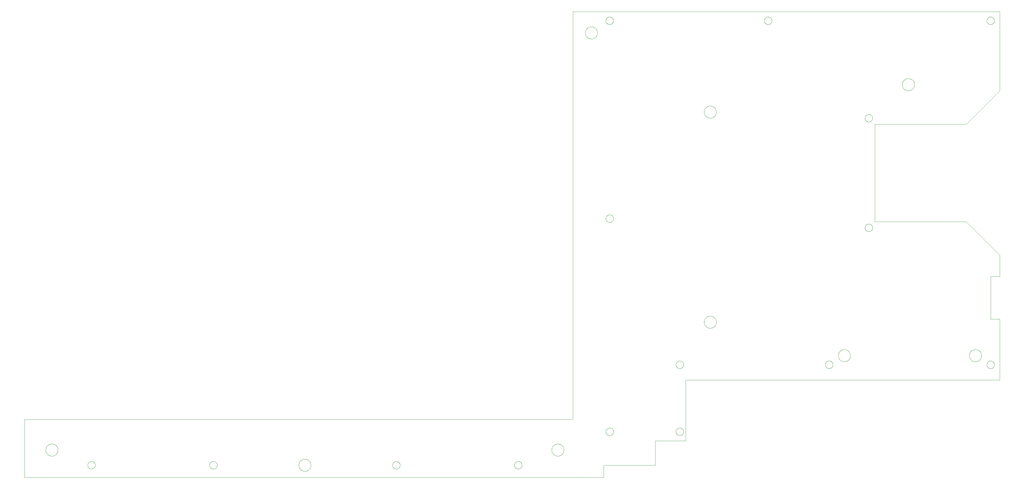
<source format=gbo>
G75*
%MOIN*%
%OFA0B0*%
%FSLAX26Y26*%
%IPPOS*%
%LPD*%
%AMOC8*
5,1,8,0,0,1.08239X$1,22.5*
%
%ADD10C,0.000000*%
%ADD11C,0.000039*%
D10*
X00000000Y00000000D02*
X00000000Y00748031D01*
X00275591Y00354331D02*
X00275615Y00356263D01*
X00275686Y00358195D01*
X00275804Y00360123D01*
X00275970Y00362049D01*
X00276183Y00363970D01*
X00276443Y00365885D01*
X00276750Y00367793D01*
X00277104Y00369692D01*
X00277504Y00371583D01*
X00277951Y00373463D01*
X00278443Y00375332D01*
X00278982Y00377188D01*
X00279565Y00379030D01*
X00280194Y00380858D01*
X00280867Y00382669D01*
X00281585Y00384463D01*
X00282346Y00386240D01*
X00283151Y00387997D01*
X00283999Y00389733D01*
X00284889Y00391449D01*
X00285820Y00393142D01*
X00286793Y00394811D01*
X00287807Y00396457D01*
X00288861Y00398077D01*
X00289954Y00399670D01*
X00291086Y00401236D01*
X00292257Y00402774D01*
X00293464Y00404283D01*
X00294708Y00405762D01*
X00295989Y00407210D01*
X00297304Y00408625D01*
X00298653Y00410009D01*
X00300037Y00411358D01*
X00301452Y00412673D01*
X00302900Y00413954D01*
X00304379Y00415198D01*
X00305888Y00416405D01*
X00307426Y00417576D01*
X00308992Y00418708D01*
X00310585Y00419801D01*
X00312205Y00420855D01*
X00313851Y00421869D01*
X00315520Y00422842D01*
X00317213Y00423773D01*
X00318929Y00424663D01*
X00320665Y00425511D01*
X00322422Y00426316D01*
X00324199Y00427077D01*
X00325993Y00427795D01*
X00327804Y00428468D01*
X00329632Y00429097D01*
X00331474Y00429680D01*
X00333330Y00430219D01*
X00335199Y00430711D01*
X00337079Y00431158D01*
X00338970Y00431558D01*
X00340869Y00431912D01*
X00342777Y00432219D01*
X00344692Y00432479D01*
X00346613Y00432692D01*
X00348539Y00432858D01*
X00350467Y00432976D01*
X00352399Y00433047D01*
X00354331Y00433071D01*
X00356263Y00433047D01*
X00358195Y00432976D01*
X00360123Y00432858D01*
X00362049Y00432692D01*
X00363970Y00432479D01*
X00365885Y00432219D01*
X00367793Y00431912D01*
X00369692Y00431558D01*
X00371583Y00431158D01*
X00373463Y00430711D01*
X00375332Y00430219D01*
X00377188Y00429680D01*
X00379030Y00429097D01*
X00380858Y00428468D01*
X00382669Y00427795D01*
X00384463Y00427077D01*
X00386240Y00426316D01*
X00387997Y00425511D01*
X00389733Y00424663D01*
X00391449Y00423773D01*
X00393142Y00422842D01*
X00394811Y00421869D01*
X00396457Y00420855D01*
X00398077Y00419801D01*
X00399670Y00418708D01*
X00401236Y00417576D01*
X00402774Y00416405D01*
X00404283Y00415198D01*
X00405762Y00413954D01*
X00407210Y00412673D01*
X00408625Y00411358D01*
X00410009Y00410009D01*
X00411358Y00408625D01*
X00412673Y00407210D01*
X00413954Y00405762D01*
X00415198Y00404283D01*
X00416405Y00402774D01*
X00417576Y00401236D01*
X00418708Y00399670D01*
X00419801Y00398077D01*
X00420855Y00396457D01*
X00421869Y00394811D01*
X00422842Y00393142D01*
X00423773Y00391449D01*
X00424663Y00389733D01*
X00425511Y00387997D01*
X00426316Y00386240D01*
X00427077Y00384463D01*
X00427795Y00382669D01*
X00428468Y00380858D01*
X00429097Y00379030D01*
X00429680Y00377188D01*
X00430219Y00375332D01*
X00430711Y00373463D01*
X00431158Y00371583D01*
X00431558Y00369692D01*
X00431912Y00367793D01*
X00432219Y00365885D01*
X00432479Y00363970D01*
X00432692Y00362049D01*
X00432858Y00360123D01*
X00432976Y00358195D01*
X00433047Y00356263D01*
X00433071Y00354331D01*
X00433047Y00352399D01*
X00432976Y00350467D01*
X00432858Y00348539D01*
X00432692Y00346613D01*
X00432479Y00344692D01*
X00432219Y00342777D01*
X00431912Y00340869D01*
X00431558Y00338970D01*
X00431158Y00337079D01*
X00430711Y00335199D01*
X00430219Y00333330D01*
X00429680Y00331474D01*
X00429097Y00329632D01*
X00428468Y00327804D01*
X00427795Y00325993D01*
X00427077Y00324199D01*
X00426316Y00322422D01*
X00425511Y00320665D01*
X00424663Y00318929D01*
X00423773Y00317213D01*
X00422842Y00315520D01*
X00421869Y00313851D01*
X00420855Y00312205D01*
X00419801Y00310585D01*
X00418708Y00308992D01*
X00417576Y00307426D01*
X00416405Y00305888D01*
X00415198Y00304379D01*
X00413954Y00302900D01*
X00412673Y00301452D01*
X00411358Y00300037D01*
X00410009Y00298653D01*
X00408625Y00297304D01*
X00407210Y00295989D01*
X00405762Y00294708D01*
X00404283Y00293464D01*
X00402774Y00292257D01*
X00401236Y00291086D01*
X00399670Y00289954D01*
X00398077Y00288861D01*
X00396457Y00287807D01*
X00394811Y00286793D01*
X00393142Y00285820D01*
X00391449Y00284889D01*
X00389733Y00283999D01*
X00387997Y00283151D01*
X00386240Y00282346D01*
X00384463Y00281585D01*
X00382669Y00280867D01*
X00380858Y00280194D01*
X00379030Y00279565D01*
X00377188Y00278982D01*
X00375332Y00278443D01*
X00373463Y00277951D01*
X00371583Y00277504D01*
X00369692Y00277104D01*
X00367793Y00276750D01*
X00365885Y00276443D01*
X00363970Y00276183D01*
X00362049Y00275970D01*
X00360123Y00275804D01*
X00358195Y00275686D01*
X00356263Y00275615D01*
X00354331Y00275591D01*
X00352399Y00275615D01*
X00350467Y00275686D01*
X00348539Y00275804D01*
X00346613Y00275970D01*
X00344692Y00276183D01*
X00342777Y00276443D01*
X00340869Y00276750D01*
X00338970Y00277104D01*
X00337079Y00277504D01*
X00335199Y00277951D01*
X00333330Y00278443D01*
X00331474Y00278982D01*
X00329632Y00279565D01*
X00327804Y00280194D01*
X00325993Y00280867D01*
X00324199Y00281585D01*
X00322422Y00282346D01*
X00320665Y00283151D01*
X00318929Y00283999D01*
X00317213Y00284889D01*
X00315520Y00285820D01*
X00313851Y00286793D01*
X00312205Y00287807D01*
X00310585Y00288861D01*
X00308992Y00289954D01*
X00307426Y00291086D01*
X00305888Y00292257D01*
X00304379Y00293464D01*
X00302900Y00294708D01*
X00301452Y00295989D01*
X00300037Y00297304D01*
X00298653Y00298653D01*
X00297304Y00300037D01*
X00295989Y00301452D01*
X00294708Y00302900D01*
X00293464Y00304379D01*
X00292257Y00305888D01*
X00291086Y00307426D01*
X00289954Y00308992D01*
X00288861Y00310585D01*
X00287807Y00312205D01*
X00286793Y00313851D01*
X00285820Y00315520D01*
X00284889Y00317213D01*
X00283999Y00318929D01*
X00283151Y00320665D01*
X00282346Y00322422D01*
X00281585Y00324199D01*
X00280867Y00325993D01*
X00280194Y00327804D01*
X00279565Y00329632D01*
X00278982Y00331474D01*
X00278443Y00333330D01*
X00277951Y00335199D01*
X00277504Y00337079D01*
X00277104Y00338970D01*
X00276750Y00340869D01*
X00276443Y00342777D01*
X00276183Y00344692D01*
X00275970Y00346613D01*
X00275804Y00348539D01*
X00275686Y00350467D01*
X00275615Y00352399D01*
X00275591Y00354331D01*
X00816929Y00157480D02*
X00816944Y00158688D01*
X00816988Y00159895D01*
X00817062Y00161100D01*
X00817166Y00162304D01*
X00817299Y00163504D01*
X00817462Y00164701D01*
X00817654Y00165894D01*
X00817875Y00167081D01*
X00818125Y00168263D01*
X00818404Y00169438D01*
X00818712Y00170606D01*
X00819048Y00171766D01*
X00819413Y00172917D01*
X00819806Y00174059D01*
X00820227Y00175192D01*
X00820675Y00176313D01*
X00821151Y00177423D01*
X00821654Y00178521D01*
X00822184Y00179607D01*
X00822740Y00180679D01*
X00823322Y00181737D01*
X00823931Y00182781D01*
X00824564Y00183809D01*
X00825223Y00184821D01*
X00825906Y00185817D01*
X00826614Y00186796D01*
X00827345Y00187757D01*
X00828100Y00188700D01*
X00828877Y00189625D01*
X00829678Y00190529D01*
X00830500Y00191414D01*
X00831343Y00192279D01*
X00832208Y00193122D01*
X00833093Y00193944D01*
X00833997Y00194745D01*
X00834922Y00195522D01*
X00835865Y00196277D01*
X00836826Y00197008D01*
X00837805Y00197716D01*
X00838801Y00198399D01*
X00839813Y00199058D01*
X00840841Y00199691D01*
X00841885Y00200300D01*
X00842943Y00200882D01*
X00844015Y00201438D01*
X00845101Y00201968D01*
X00846199Y00202471D01*
X00847309Y00202947D01*
X00848430Y00203395D01*
X00849563Y00203816D01*
X00850705Y00204209D01*
X00851856Y00204574D01*
X00853016Y00204910D01*
X00854184Y00205218D01*
X00855359Y00205497D01*
X00856541Y00205747D01*
X00857728Y00205968D01*
X00858921Y00206160D01*
X00860118Y00206323D01*
X00861318Y00206456D01*
X00862522Y00206560D01*
X00863727Y00206634D01*
X00864934Y00206678D01*
X00866142Y00206693D01*
X00867350Y00206678D01*
X00868557Y00206634D01*
X00869762Y00206560D01*
X00870966Y00206456D01*
X00872166Y00206323D01*
X00873363Y00206160D01*
X00874556Y00205968D01*
X00875743Y00205747D01*
X00876925Y00205497D01*
X00878100Y00205218D01*
X00879268Y00204910D01*
X00880428Y00204574D01*
X00881579Y00204209D01*
X00882721Y00203816D01*
X00883854Y00203395D01*
X00884975Y00202947D01*
X00886085Y00202471D01*
X00887183Y00201968D01*
X00888269Y00201438D01*
X00889341Y00200882D01*
X00890399Y00200300D01*
X00891443Y00199691D01*
X00892471Y00199058D01*
X00893483Y00198399D01*
X00894479Y00197716D01*
X00895458Y00197008D01*
X00896419Y00196277D01*
X00897362Y00195522D01*
X00898287Y00194745D01*
X00899191Y00193944D01*
X00900076Y00193122D01*
X00900941Y00192279D01*
X00901784Y00191414D01*
X00902606Y00190529D01*
X00903407Y00189625D01*
X00904184Y00188700D01*
X00904939Y00187757D01*
X00905670Y00186796D01*
X00906378Y00185817D01*
X00907061Y00184821D01*
X00907720Y00183809D01*
X00908353Y00182781D01*
X00908962Y00181737D01*
X00909544Y00180679D01*
X00910100Y00179607D01*
X00910630Y00178521D01*
X00911133Y00177423D01*
X00911609Y00176313D01*
X00912057Y00175192D01*
X00912478Y00174059D01*
X00912871Y00172917D01*
X00913236Y00171766D01*
X00913572Y00170606D01*
X00913880Y00169438D01*
X00914159Y00168263D01*
X00914409Y00167081D01*
X00914630Y00165894D01*
X00914822Y00164701D01*
X00914985Y00163504D01*
X00915118Y00162304D01*
X00915222Y00161100D01*
X00915296Y00159895D01*
X00915340Y00158688D01*
X00915355Y00157480D01*
X00915340Y00156272D01*
X00915296Y00155065D01*
X00915222Y00153860D01*
X00915118Y00152656D01*
X00914985Y00151456D01*
X00914822Y00150259D01*
X00914630Y00149066D01*
X00914409Y00147879D01*
X00914159Y00146697D01*
X00913880Y00145522D01*
X00913572Y00144354D01*
X00913236Y00143194D01*
X00912871Y00142043D01*
X00912478Y00140901D01*
X00912057Y00139768D01*
X00911609Y00138647D01*
X00911133Y00137537D01*
X00910630Y00136439D01*
X00910100Y00135353D01*
X00909544Y00134281D01*
X00908962Y00133223D01*
X00908353Y00132179D01*
X00907720Y00131151D01*
X00907061Y00130139D01*
X00906378Y00129143D01*
X00905670Y00128164D01*
X00904939Y00127203D01*
X00904184Y00126260D01*
X00903407Y00125335D01*
X00902606Y00124431D01*
X00901784Y00123546D01*
X00900941Y00122681D01*
X00900076Y00121838D01*
X00899191Y00121016D01*
X00898287Y00120215D01*
X00897362Y00119438D01*
X00896419Y00118683D01*
X00895458Y00117952D01*
X00894479Y00117244D01*
X00893483Y00116561D01*
X00892471Y00115902D01*
X00891443Y00115269D01*
X00890399Y00114660D01*
X00889341Y00114078D01*
X00888269Y00113522D01*
X00887183Y00112992D01*
X00886085Y00112489D01*
X00884975Y00112013D01*
X00883854Y00111565D01*
X00882721Y00111144D01*
X00881579Y00110751D01*
X00880428Y00110386D01*
X00879268Y00110050D01*
X00878100Y00109742D01*
X00876925Y00109463D01*
X00875743Y00109213D01*
X00874556Y00108992D01*
X00873363Y00108800D01*
X00872166Y00108637D01*
X00870966Y00108504D01*
X00869762Y00108400D01*
X00868557Y00108326D01*
X00867350Y00108282D01*
X00866142Y00108267D01*
X00864934Y00108282D01*
X00863727Y00108326D01*
X00862522Y00108400D01*
X00861318Y00108504D01*
X00860118Y00108637D01*
X00858921Y00108800D01*
X00857728Y00108992D01*
X00856541Y00109213D01*
X00855359Y00109463D01*
X00854184Y00109742D01*
X00853016Y00110050D01*
X00851856Y00110386D01*
X00850705Y00110751D01*
X00849563Y00111144D01*
X00848430Y00111565D01*
X00847309Y00112013D01*
X00846199Y00112489D01*
X00845101Y00112992D01*
X00844015Y00113522D01*
X00842943Y00114078D01*
X00841885Y00114660D01*
X00840841Y00115269D01*
X00839813Y00115902D01*
X00838801Y00116561D01*
X00837805Y00117244D01*
X00836826Y00117952D01*
X00835865Y00118683D01*
X00834922Y00119438D01*
X00833997Y00120215D01*
X00833093Y00121016D01*
X00832208Y00121838D01*
X00831343Y00122681D01*
X00830500Y00123546D01*
X00829678Y00124431D01*
X00828877Y00125335D01*
X00828100Y00126260D01*
X00827345Y00127203D01*
X00826614Y00128164D01*
X00825906Y00129143D01*
X00825223Y00130139D01*
X00824564Y00131151D01*
X00823931Y00132179D01*
X00823322Y00133223D01*
X00822740Y00134281D01*
X00822184Y00135353D01*
X00821654Y00136439D01*
X00821151Y00137537D01*
X00820675Y00138647D01*
X00820227Y00139768D01*
X00819806Y00140901D01*
X00819413Y00142043D01*
X00819048Y00143194D01*
X00818712Y00144354D01*
X00818404Y00145522D01*
X00818125Y00146697D01*
X00817875Y00147879D01*
X00817654Y00149066D01*
X00817462Y00150259D01*
X00817299Y00151456D01*
X00817166Y00152656D01*
X00817062Y00153860D01*
X00816988Y00155065D01*
X00816944Y00156272D01*
X00816929Y00157480D01*
X02391732Y00157480D02*
X02391747Y00158688D01*
X02391791Y00159895D01*
X02391865Y00161100D01*
X02391969Y00162304D01*
X02392102Y00163504D01*
X02392265Y00164701D01*
X02392457Y00165894D01*
X02392678Y00167081D01*
X02392928Y00168263D01*
X02393207Y00169438D01*
X02393515Y00170606D01*
X02393851Y00171766D01*
X02394216Y00172917D01*
X02394609Y00174059D01*
X02395030Y00175192D01*
X02395478Y00176313D01*
X02395954Y00177423D01*
X02396457Y00178521D01*
X02396987Y00179607D01*
X02397543Y00180679D01*
X02398125Y00181737D01*
X02398734Y00182781D01*
X02399367Y00183809D01*
X02400026Y00184821D01*
X02400709Y00185817D01*
X02401417Y00186796D01*
X02402148Y00187757D01*
X02402903Y00188700D01*
X02403680Y00189625D01*
X02404481Y00190529D01*
X02405303Y00191414D01*
X02406146Y00192279D01*
X02407011Y00193122D01*
X02407896Y00193944D01*
X02408800Y00194745D01*
X02409725Y00195522D01*
X02410668Y00196277D01*
X02411629Y00197008D01*
X02412608Y00197716D01*
X02413604Y00198399D01*
X02414616Y00199058D01*
X02415644Y00199691D01*
X02416688Y00200300D01*
X02417746Y00200882D01*
X02418818Y00201438D01*
X02419904Y00201968D01*
X02421002Y00202471D01*
X02422112Y00202947D01*
X02423233Y00203395D01*
X02424366Y00203816D01*
X02425508Y00204209D01*
X02426659Y00204574D01*
X02427819Y00204910D01*
X02428987Y00205218D01*
X02430162Y00205497D01*
X02431344Y00205747D01*
X02432531Y00205968D01*
X02433724Y00206160D01*
X02434921Y00206323D01*
X02436121Y00206456D01*
X02437325Y00206560D01*
X02438530Y00206634D01*
X02439737Y00206678D01*
X02440945Y00206693D01*
X02442153Y00206678D01*
X02443360Y00206634D01*
X02444565Y00206560D01*
X02445769Y00206456D01*
X02446969Y00206323D01*
X02448166Y00206160D01*
X02449359Y00205968D01*
X02450546Y00205747D01*
X02451728Y00205497D01*
X02452903Y00205218D01*
X02454071Y00204910D01*
X02455231Y00204574D01*
X02456382Y00204209D01*
X02457524Y00203816D01*
X02458657Y00203395D01*
X02459778Y00202947D01*
X02460888Y00202471D01*
X02461986Y00201968D01*
X02463072Y00201438D01*
X02464144Y00200882D01*
X02465202Y00200300D01*
X02466246Y00199691D01*
X02467274Y00199058D01*
X02468286Y00198399D01*
X02469282Y00197716D01*
X02470261Y00197008D01*
X02471222Y00196277D01*
X02472165Y00195522D01*
X02473090Y00194745D01*
X02473994Y00193944D01*
X02474879Y00193122D01*
X02475744Y00192279D01*
X02476587Y00191414D01*
X02477409Y00190529D01*
X02478210Y00189625D01*
X02478987Y00188700D01*
X02479742Y00187757D01*
X02480473Y00186796D01*
X02481181Y00185817D01*
X02481864Y00184821D01*
X02482523Y00183809D01*
X02483156Y00182781D01*
X02483765Y00181737D01*
X02484347Y00180679D01*
X02484903Y00179607D01*
X02485433Y00178521D01*
X02485936Y00177423D01*
X02486412Y00176313D01*
X02486860Y00175192D01*
X02487281Y00174059D01*
X02487674Y00172917D01*
X02488039Y00171766D01*
X02488375Y00170606D01*
X02488683Y00169438D01*
X02488962Y00168263D01*
X02489212Y00167081D01*
X02489433Y00165894D01*
X02489625Y00164701D01*
X02489788Y00163504D01*
X02489921Y00162304D01*
X02490025Y00161100D01*
X02490099Y00159895D01*
X02490143Y00158688D01*
X02490158Y00157480D01*
X02490143Y00156272D01*
X02490099Y00155065D01*
X02490025Y00153860D01*
X02489921Y00152656D01*
X02489788Y00151456D01*
X02489625Y00150259D01*
X02489433Y00149066D01*
X02489212Y00147879D01*
X02488962Y00146697D01*
X02488683Y00145522D01*
X02488375Y00144354D01*
X02488039Y00143194D01*
X02487674Y00142043D01*
X02487281Y00140901D01*
X02486860Y00139768D01*
X02486412Y00138647D01*
X02485936Y00137537D01*
X02485433Y00136439D01*
X02484903Y00135353D01*
X02484347Y00134281D01*
X02483765Y00133223D01*
X02483156Y00132179D01*
X02482523Y00131151D01*
X02481864Y00130139D01*
X02481181Y00129143D01*
X02480473Y00128164D01*
X02479742Y00127203D01*
X02478987Y00126260D01*
X02478210Y00125335D01*
X02477409Y00124431D01*
X02476587Y00123546D01*
X02475744Y00122681D01*
X02474879Y00121838D01*
X02473994Y00121016D01*
X02473090Y00120215D01*
X02472165Y00119438D01*
X02471222Y00118683D01*
X02470261Y00117952D01*
X02469282Y00117244D01*
X02468286Y00116561D01*
X02467274Y00115902D01*
X02466246Y00115269D01*
X02465202Y00114660D01*
X02464144Y00114078D01*
X02463072Y00113522D01*
X02461986Y00112992D01*
X02460888Y00112489D01*
X02459778Y00112013D01*
X02458657Y00111565D01*
X02457524Y00111144D01*
X02456382Y00110751D01*
X02455231Y00110386D01*
X02454071Y00110050D01*
X02452903Y00109742D01*
X02451728Y00109463D01*
X02450546Y00109213D01*
X02449359Y00108992D01*
X02448166Y00108800D01*
X02446969Y00108637D01*
X02445769Y00108504D01*
X02444565Y00108400D01*
X02443360Y00108326D01*
X02442153Y00108282D01*
X02440945Y00108267D01*
X02439737Y00108282D01*
X02438530Y00108326D01*
X02437325Y00108400D01*
X02436121Y00108504D01*
X02434921Y00108637D01*
X02433724Y00108800D01*
X02432531Y00108992D01*
X02431344Y00109213D01*
X02430162Y00109463D01*
X02428987Y00109742D01*
X02427819Y00110050D01*
X02426659Y00110386D01*
X02425508Y00110751D01*
X02424366Y00111144D01*
X02423233Y00111565D01*
X02422112Y00112013D01*
X02421002Y00112489D01*
X02419904Y00112992D01*
X02418818Y00113522D01*
X02417746Y00114078D01*
X02416688Y00114660D01*
X02415644Y00115269D01*
X02414616Y00115902D01*
X02413604Y00116561D01*
X02412608Y00117244D01*
X02411629Y00117952D01*
X02410668Y00118683D01*
X02409725Y00119438D01*
X02408800Y00120215D01*
X02407896Y00121016D01*
X02407011Y00121838D01*
X02406146Y00122681D01*
X02405303Y00123546D01*
X02404481Y00124431D01*
X02403680Y00125335D01*
X02402903Y00126260D01*
X02402148Y00127203D01*
X02401417Y00128164D01*
X02400709Y00129143D01*
X02400026Y00130139D01*
X02399367Y00131151D01*
X02398734Y00132179D01*
X02398125Y00133223D01*
X02397543Y00134281D01*
X02396987Y00135353D01*
X02396457Y00136439D01*
X02395954Y00137537D01*
X02395478Y00138647D01*
X02395030Y00139768D01*
X02394609Y00140901D01*
X02394216Y00142043D01*
X02393851Y00143194D01*
X02393515Y00144354D01*
X02393207Y00145522D01*
X02392928Y00146697D01*
X02392678Y00147879D01*
X02392457Y00149066D01*
X02392265Y00150259D01*
X02392102Y00151456D01*
X02391969Y00152656D01*
X02391865Y00153860D01*
X02391791Y00155065D01*
X02391747Y00156272D01*
X02391732Y00157480D01*
X03543307Y00157480D02*
X03543331Y00159412D01*
X03543402Y00161344D01*
X03543520Y00163272D01*
X03543686Y00165198D01*
X03543899Y00167119D01*
X03544159Y00169034D01*
X03544466Y00170942D01*
X03544820Y00172841D01*
X03545220Y00174732D01*
X03545667Y00176612D01*
X03546159Y00178481D01*
X03546698Y00180337D01*
X03547281Y00182179D01*
X03547910Y00184007D01*
X03548583Y00185818D01*
X03549301Y00187612D01*
X03550062Y00189389D01*
X03550867Y00191146D01*
X03551715Y00192882D01*
X03552605Y00194598D01*
X03553536Y00196291D01*
X03554509Y00197960D01*
X03555523Y00199606D01*
X03556577Y00201226D01*
X03557670Y00202819D01*
X03558802Y00204385D01*
X03559973Y00205923D01*
X03561180Y00207432D01*
X03562424Y00208911D01*
X03563705Y00210359D01*
X03565020Y00211774D01*
X03566369Y00213158D01*
X03567753Y00214507D01*
X03569168Y00215822D01*
X03570616Y00217103D01*
X03572095Y00218347D01*
X03573604Y00219554D01*
X03575142Y00220725D01*
X03576708Y00221857D01*
X03578301Y00222950D01*
X03579921Y00224004D01*
X03581567Y00225018D01*
X03583236Y00225991D01*
X03584929Y00226922D01*
X03586645Y00227812D01*
X03588381Y00228660D01*
X03590138Y00229465D01*
X03591915Y00230226D01*
X03593709Y00230944D01*
X03595520Y00231617D01*
X03597348Y00232246D01*
X03599190Y00232829D01*
X03601046Y00233368D01*
X03602915Y00233860D01*
X03604795Y00234307D01*
X03606686Y00234707D01*
X03608585Y00235061D01*
X03610493Y00235368D01*
X03612408Y00235628D01*
X03614329Y00235841D01*
X03616255Y00236007D01*
X03618183Y00236125D01*
X03620115Y00236196D01*
X03622047Y00236220D01*
X03623979Y00236196D01*
X03625911Y00236125D01*
X03627839Y00236007D01*
X03629765Y00235841D01*
X03631686Y00235628D01*
X03633601Y00235368D01*
X03635509Y00235061D01*
X03637408Y00234707D01*
X03639299Y00234307D01*
X03641179Y00233860D01*
X03643048Y00233368D01*
X03644904Y00232829D01*
X03646746Y00232246D01*
X03648574Y00231617D01*
X03650385Y00230944D01*
X03652179Y00230226D01*
X03653956Y00229465D01*
X03655713Y00228660D01*
X03657449Y00227812D01*
X03659165Y00226922D01*
X03660858Y00225991D01*
X03662527Y00225018D01*
X03664173Y00224004D01*
X03665793Y00222950D01*
X03667386Y00221857D01*
X03668952Y00220725D01*
X03670490Y00219554D01*
X03671999Y00218347D01*
X03673478Y00217103D01*
X03674926Y00215822D01*
X03676341Y00214507D01*
X03677725Y00213158D01*
X03679074Y00211774D01*
X03680389Y00210359D01*
X03681670Y00208911D01*
X03682914Y00207432D01*
X03684121Y00205923D01*
X03685292Y00204385D01*
X03686424Y00202819D01*
X03687517Y00201226D01*
X03688571Y00199606D01*
X03689585Y00197960D01*
X03690558Y00196291D01*
X03691489Y00194598D01*
X03692379Y00192882D01*
X03693227Y00191146D01*
X03694032Y00189389D01*
X03694793Y00187612D01*
X03695511Y00185818D01*
X03696184Y00184007D01*
X03696813Y00182179D01*
X03697396Y00180337D01*
X03697935Y00178481D01*
X03698427Y00176612D01*
X03698874Y00174732D01*
X03699274Y00172841D01*
X03699628Y00170942D01*
X03699935Y00169034D01*
X03700195Y00167119D01*
X03700408Y00165198D01*
X03700574Y00163272D01*
X03700692Y00161344D01*
X03700763Y00159412D01*
X03700787Y00157480D01*
X03700763Y00155548D01*
X03700692Y00153616D01*
X03700574Y00151688D01*
X03700408Y00149762D01*
X03700195Y00147841D01*
X03699935Y00145926D01*
X03699628Y00144018D01*
X03699274Y00142119D01*
X03698874Y00140228D01*
X03698427Y00138348D01*
X03697935Y00136479D01*
X03697396Y00134623D01*
X03696813Y00132781D01*
X03696184Y00130953D01*
X03695511Y00129142D01*
X03694793Y00127348D01*
X03694032Y00125571D01*
X03693227Y00123814D01*
X03692379Y00122078D01*
X03691489Y00120362D01*
X03690558Y00118669D01*
X03689585Y00117000D01*
X03688571Y00115354D01*
X03687517Y00113734D01*
X03686424Y00112141D01*
X03685292Y00110575D01*
X03684121Y00109037D01*
X03682914Y00107528D01*
X03681670Y00106049D01*
X03680389Y00104601D01*
X03679074Y00103186D01*
X03677725Y00101802D01*
X03676341Y00100453D01*
X03674926Y00099138D01*
X03673478Y00097857D01*
X03671999Y00096613D01*
X03670490Y00095406D01*
X03668952Y00094235D01*
X03667386Y00093103D01*
X03665793Y00092010D01*
X03664173Y00090956D01*
X03662527Y00089942D01*
X03660858Y00088969D01*
X03659165Y00088038D01*
X03657449Y00087148D01*
X03655713Y00086300D01*
X03653956Y00085495D01*
X03652179Y00084734D01*
X03650385Y00084016D01*
X03648574Y00083343D01*
X03646746Y00082714D01*
X03644904Y00082131D01*
X03643048Y00081592D01*
X03641179Y00081100D01*
X03639299Y00080653D01*
X03637408Y00080253D01*
X03635509Y00079899D01*
X03633601Y00079592D01*
X03631686Y00079332D01*
X03629765Y00079119D01*
X03627839Y00078953D01*
X03625911Y00078835D01*
X03623979Y00078764D01*
X03622047Y00078740D01*
X03620115Y00078764D01*
X03618183Y00078835D01*
X03616255Y00078953D01*
X03614329Y00079119D01*
X03612408Y00079332D01*
X03610493Y00079592D01*
X03608585Y00079899D01*
X03606686Y00080253D01*
X03604795Y00080653D01*
X03602915Y00081100D01*
X03601046Y00081592D01*
X03599190Y00082131D01*
X03597348Y00082714D01*
X03595520Y00083343D01*
X03593709Y00084016D01*
X03591915Y00084734D01*
X03590138Y00085495D01*
X03588381Y00086300D01*
X03586645Y00087148D01*
X03584929Y00088038D01*
X03583236Y00088969D01*
X03581567Y00089942D01*
X03579921Y00090956D01*
X03578301Y00092010D01*
X03576708Y00093103D01*
X03575142Y00094235D01*
X03573604Y00095406D01*
X03572095Y00096613D01*
X03570616Y00097857D01*
X03569168Y00099138D01*
X03567753Y00100453D01*
X03566369Y00101802D01*
X03565020Y00103186D01*
X03563705Y00104601D01*
X03562424Y00106049D01*
X03561180Y00107528D01*
X03559973Y00109037D01*
X03558802Y00110575D01*
X03557670Y00112141D01*
X03556577Y00113734D01*
X03555523Y00115354D01*
X03554509Y00117000D01*
X03553536Y00118669D01*
X03552605Y00120362D01*
X03551715Y00122078D01*
X03550867Y00123814D01*
X03550062Y00125571D01*
X03549301Y00127348D01*
X03548583Y00129142D01*
X03547910Y00130953D01*
X03547281Y00132781D01*
X03546698Y00134623D01*
X03546159Y00136479D01*
X03545667Y00138348D01*
X03545220Y00140228D01*
X03544820Y00142119D01*
X03544466Y00144018D01*
X03544159Y00145926D01*
X03543899Y00147841D01*
X03543686Y00149762D01*
X03543520Y00151688D01*
X03543402Y00153616D01*
X03543331Y00155548D01*
X03543307Y00157480D01*
X04753937Y00157480D02*
X04753952Y00158688D01*
X04753996Y00159895D01*
X04754070Y00161100D01*
X04754174Y00162304D01*
X04754307Y00163504D01*
X04754470Y00164701D01*
X04754662Y00165894D01*
X04754883Y00167081D01*
X04755133Y00168263D01*
X04755412Y00169438D01*
X04755720Y00170606D01*
X04756056Y00171766D01*
X04756421Y00172917D01*
X04756814Y00174059D01*
X04757235Y00175192D01*
X04757683Y00176313D01*
X04758159Y00177423D01*
X04758662Y00178521D01*
X04759192Y00179607D01*
X04759748Y00180679D01*
X04760330Y00181737D01*
X04760939Y00182781D01*
X04761572Y00183809D01*
X04762231Y00184821D01*
X04762914Y00185817D01*
X04763622Y00186796D01*
X04764353Y00187757D01*
X04765108Y00188700D01*
X04765885Y00189625D01*
X04766686Y00190529D01*
X04767508Y00191414D01*
X04768351Y00192279D01*
X04769216Y00193122D01*
X04770101Y00193944D01*
X04771005Y00194745D01*
X04771930Y00195522D01*
X04772873Y00196277D01*
X04773834Y00197008D01*
X04774813Y00197716D01*
X04775809Y00198399D01*
X04776821Y00199058D01*
X04777849Y00199691D01*
X04778893Y00200300D01*
X04779951Y00200882D01*
X04781023Y00201438D01*
X04782109Y00201968D01*
X04783207Y00202471D01*
X04784317Y00202947D01*
X04785438Y00203395D01*
X04786571Y00203816D01*
X04787713Y00204209D01*
X04788864Y00204574D01*
X04790024Y00204910D01*
X04791192Y00205218D01*
X04792367Y00205497D01*
X04793549Y00205747D01*
X04794736Y00205968D01*
X04795929Y00206160D01*
X04797126Y00206323D01*
X04798326Y00206456D01*
X04799530Y00206560D01*
X04800735Y00206634D01*
X04801942Y00206678D01*
X04803150Y00206693D01*
X04804358Y00206678D01*
X04805565Y00206634D01*
X04806770Y00206560D01*
X04807974Y00206456D01*
X04809174Y00206323D01*
X04810371Y00206160D01*
X04811564Y00205968D01*
X04812751Y00205747D01*
X04813933Y00205497D01*
X04815108Y00205218D01*
X04816276Y00204910D01*
X04817436Y00204574D01*
X04818587Y00204209D01*
X04819729Y00203816D01*
X04820862Y00203395D01*
X04821983Y00202947D01*
X04823093Y00202471D01*
X04824191Y00201968D01*
X04825277Y00201438D01*
X04826349Y00200882D01*
X04827407Y00200300D01*
X04828451Y00199691D01*
X04829479Y00199058D01*
X04830491Y00198399D01*
X04831487Y00197716D01*
X04832466Y00197008D01*
X04833427Y00196277D01*
X04834370Y00195522D01*
X04835295Y00194745D01*
X04836199Y00193944D01*
X04837084Y00193122D01*
X04837949Y00192279D01*
X04838792Y00191414D01*
X04839614Y00190529D01*
X04840415Y00189625D01*
X04841192Y00188700D01*
X04841947Y00187757D01*
X04842678Y00186796D01*
X04843386Y00185817D01*
X04844069Y00184821D01*
X04844728Y00183809D01*
X04845361Y00182781D01*
X04845970Y00181737D01*
X04846552Y00180679D01*
X04847108Y00179607D01*
X04847638Y00178521D01*
X04848141Y00177423D01*
X04848617Y00176313D01*
X04849065Y00175192D01*
X04849486Y00174059D01*
X04849879Y00172917D01*
X04850244Y00171766D01*
X04850580Y00170606D01*
X04850888Y00169438D01*
X04851167Y00168263D01*
X04851417Y00167081D01*
X04851638Y00165894D01*
X04851830Y00164701D01*
X04851993Y00163504D01*
X04852126Y00162304D01*
X04852230Y00161100D01*
X04852304Y00159895D01*
X04852348Y00158688D01*
X04852363Y00157480D01*
X04852348Y00156272D01*
X04852304Y00155065D01*
X04852230Y00153860D01*
X04852126Y00152656D01*
X04851993Y00151456D01*
X04851830Y00150259D01*
X04851638Y00149066D01*
X04851417Y00147879D01*
X04851167Y00146697D01*
X04850888Y00145522D01*
X04850580Y00144354D01*
X04850244Y00143194D01*
X04849879Y00142043D01*
X04849486Y00140901D01*
X04849065Y00139768D01*
X04848617Y00138647D01*
X04848141Y00137537D01*
X04847638Y00136439D01*
X04847108Y00135353D01*
X04846552Y00134281D01*
X04845970Y00133223D01*
X04845361Y00132179D01*
X04844728Y00131151D01*
X04844069Y00130139D01*
X04843386Y00129143D01*
X04842678Y00128164D01*
X04841947Y00127203D01*
X04841192Y00126260D01*
X04840415Y00125335D01*
X04839614Y00124431D01*
X04838792Y00123546D01*
X04837949Y00122681D01*
X04837084Y00121838D01*
X04836199Y00121016D01*
X04835295Y00120215D01*
X04834370Y00119438D01*
X04833427Y00118683D01*
X04832466Y00117952D01*
X04831487Y00117244D01*
X04830491Y00116561D01*
X04829479Y00115902D01*
X04828451Y00115269D01*
X04827407Y00114660D01*
X04826349Y00114078D01*
X04825277Y00113522D01*
X04824191Y00112992D01*
X04823093Y00112489D01*
X04821983Y00112013D01*
X04820862Y00111565D01*
X04819729Y00111144D01*
X04818587Y00110751D01*
X04817436Y00110386D01*
X04816276Y00110050D01*
X04815108Y00109742D01*
X04813933Y00109463D01*
X04812751Y00109213D01*
X04811564Y00108992D01*
X04810371Y00108800D01*
X04809174Y00108637D01*
X04807974Y00108504D01*
X04806770Y00108400D01*
X04805565Y00108326D01*
X04804358Y00108282D01*
X04803150Y00108267D01*
X04801942Y00108282D01*
X04800735Y00108326D01*
X04799530Y00108400D01*
X04798326Y00108504D01*
X04797126Y00108637D01*
X04795929Y00108800D01*
X04794736Y00108992D01*
X04793549Y00109213D01*
X04792367Y00109463D01*
X04791192Y00109742D01*
X04790024Y00110050D01*
X04788864Y00110386D01*
X04787713Y00110751D01*
X04786571Y00111144D01*
X04785438Y00111565D01*
X04784317Y00112013D01*
X04783207Y00112489D01*
X04782109Y00112992D01*
X04781023Y00113522D01*
X04779951Y00114078D01*
X04778893Y00114660D01*
X04777849Y00115269D01*
X04776821Y00115902D01*
X04775809Y00116561D01*
X04774813Y00117244D01*
X04773834Y00117952D01*
X04772873Y00118683D01*
X04771930Y00119438D01*
X04771005Y00120215D01*
X04770101Y00121016D01*
X04769216Y00121838D01*
X04768351Y00122681D01*
X04767508Y00123546D01*
X04766686Y00124431D01*
X04765885Y00125335D01*
X04765108Y00126260D01*
X04764353Y00127203D01*
X04763622Y00128164D01*
X04762914Y00129143D01*
X04762231Y00130139D01*
X04761572Y00131151D01*
X04760939Y00132179D01*
X04760330Y00133223D01*
X04759748Y00134281D01*
X04759192Y00135353D01*
X04758662Y00136439D01*
X04758159Y00137537D01*
X04757683Y00138647D01*
X04757235Y00139768D01*
X04756814Y00140901D01*
X04756421Y00142043D01*
X04756056Y00143194D01*
X04755720Y00144354D01*
X04755412Y00145522D01*
X04755133Y00146697D01*
X04754883Y00147879D01*
X04754662Y00149066D01*
X04754470Y00150259D01*
X04754307Y00151456D01*
X04754174Y00152656D01*
X04754070Y00153860D01*
X04753996Y00155065D01*
X04753952Y00156272D01*
X04753937Y00157480D01*
X06328740Y00157480D02*
X06328755Y00158688D01*
X06328799Y00159895D01*
X06328873Y00161100D01*
X06328977Y00162304D01*
X06329110Y00163504D01*
X06329273Y00164701D01*
X06329465Y00165894D01*
X06329686Y00167081D01*
X06329936Y00168263D01*
X06330215Y00169438D01*
X06330523Y00170606D01*
X06330859Y00171766D01*
X06331224Y00172917D01*
X06331617Y00174059D01*
X06332038Y00175192D01*
X06332486Y00176313D01*
X06332962Y00177423D01*
X06333465Y00178521D01*
X06333995Y00179607D01*
X06334551Y00180679D01*
X06335133Y00181737D01*
X06335742Y00182781D01*
X06336375Y00183809D01*
X06337034Y00184821D01*
X06337717Y00185817D01*
X06338425Y00186796D01*
X06339156Y00187757D01*
X06339911Y00188700D01*
X06340688Y00189625D01*
X06341489Y00190529D01*
X06342311Y00191414D01*
X06343154Y00192279D01*
X06344019Y00193122D01*
X06344904Y00193944D01*
X06345808Y00194745D01*
X06346733Y00195522D01*
X06347676Y00196277D01*
X06348637Y00197008D01*
X06349616Y00197716D01*
X06350612Y00198399D01*
X06351624Y00199058D01*
X06352652Y00199691D01*
X06353696Y00200300D01*
X06354754Y00200882D01*
X06355826Y00201438D01*
X06356912Y00201968D01*
X06358010Y00202471D01*
X06359120Y00202947D01*
X06360241Y00203395D01*
X06361374Y00203816D01*
X06362516Y00204209D01*
X06363667Y00204574D01*
X06364827Y00204910D01*
X06365995Y00205218D01*
X06367170Y00205497D01*
X06368352Y00205747D01*
X06369539Y00205968D01*
X06370732Y00206160D01*
X06371929Y00206323D01*
X06373129Y00206456D01*
X06374333Y00206560D01*
X06375538Y00206634D01*
X06376745Y00206678D01*
X06377953Y00206693D01*
X06379161Y00206678D01*
X06380368Y00206634D01*
X06381573Y00206560D01*
X06382777Y00206456D01*
X06383977Y00206323D01*
X06385174Y00206160D01*
X06386367Y00205968D01*
X06387554Y00205747D01*
X06388736Y00205497D01*
X06389911Y00205218D01*
X06391079Y00204910D01*
X06392239Y00204574D01*
X06393390Y00204209D01*
X06394532Y00203816D01*
X06395665Y00203395D01*
X06396786Y00202947D01*
X06397896Y00202471D01*
X06398994Y00201968D01*
X06400080Y00201438D01*
X06401152Y00200882D01*
X06402210Y00200300D01*
X06403254Y00199691D01*
X06404282Y00199058D01*
X06405294Y00198399D01*
X06406290Y00197716D01*
X06407269Y00197008D01*
X06408230Y00196277D01*
X06409173Y00195522D01*
X06410098Y00194745D01*
X06411002Y00193944D01*
X06411887Y00193122D01*
X06412752Y00192279D01*
X06413595Y00191414D01*
X06414417Y00190529D01*
X06415218Y00189625D01*
X06415995Y00188700D01*
X06416750Y00187757D01*
X06417481Y00186796D01*
X06418189Y00185817D01*
X06418872Y00184821D01*
X06419531Y00183809D01*
X06420164Y00182781D01*
X06420773Y00181737D01*
X06421355Y00180679D01*
X06421911Y00179607D01*
X06422441Y00178521D01*
X06422944Y00177423D01*
X06423420Y00176313D01*
X06423868Y00175192D01*
X06424289Y00174059D01*
X06424682Y00172917D01*
X06425047Y00171766D01*
X06425383Y00170606D01*
X06425691Y00169438D01*
X06425970Y00168263D01*
X06426220Y00167081D01*
X06426441Y00165894D01*
X06426633Y00164701D01*
X06426796Y00163504D01*
X06426929Y00162304D01*
X06427033Y00161100D01*
X06427107Y00159895D01*
X06427151Y00158688D01*
X06427166Y00157480D01*
X06427151Y00156272D01*
X06427107Y00155065D01*
X06427033Y00153860D01*
X06426929Y00152656D01*
X06426796Y00151456D01*
X06426633Y00150259D01*
X06426441Y00149066D01*
X06426220Y00147879D01*
X06425970Y00146697D01*
X06425691Y00145522D01*
X06425383Y00144354D01*
X06425047Y00143194D01*
X06424682Y00142043D01*
X06424289Y00140901D01*
X06423868Y00139768D01*
X06423420Y00138647D01*
X06422944Y00137537D01*
X06422441Y00136439D01*
X06421911Y00135353D01*
X06421355Y00134281D01*
X06420773Y00133223D01*
X06420164Y00132179D01*
X06419531Y00131151D01*
X06418872Y00130139D01*
X06418189Y00129143D01*
X06417481Y00128164D01*
X06416750Y00127203D01*
X06415995Y00126260D01*
X06415218Y00125335D01*
X06414417Y00124431D01*
X06413595Y00123546D01*
X06412752Y00122681D01*
X06411887Y00121838D01*
X06411002Y00121016D01*
X06410098Y00120215D01*
X06409173Y00119438D01*
X06408230Y00118683D01*
X06407269Y00117952D01*
X06406290Y00117244D01*
X06405294Y00116561D01*
X06404282Y00115902D01*
X06403254Y00115269D01*
X06402210Y00114660D01*
X06401152Y00114078D01*
X06400080Y00113522D01*
X06398994Y00112992D01*
X06397896Y00112489D01*
X06396786Y00112013D01*
X06395665Y00111565D01*
X06394532Y00111144D01*
X06393390Y00110751D01*
X06392239Y00110386D01*
X06391079Y00110050D01*
X06389911Y00109742D01*
X06388736Y00109463D01*
X06387554Y00109213D01*
X06386367Y00108992D01*
X06385174Y00108800D01*
X06383977Y00108637D01*
X06382777Y00108504D01*
X06381573Y00108400D01*
X06380368Y00108326D01*
X06379161Y00108282D01*
X06377953Y00108267D01*
X06376745Y00108282D01*
X06375538Y00108326D01*
X06374333Y00108400D01*
X06373129Y00108504D01*
X06371929Y00108637D01*
X06370732Y00108800D01*
X06369539Y00108992D01*
X06368352Y00109213D01*
X06367170Y00109463D01*
X06365995Y00109742D01*
X06364827Y00110050D01*
X06363667Y00110386D01*
X06362516Y00110751D01*
X06361374Y00111144D01*
X06360241Y00111565D01*
X06359120Y00112013D01*
X06358010Y00112489D01*
X06356912Y00112992D01*
X06355826Y00113522D01*
X06354754Y00114078D01*
X06353696Y00114660D01*
X06352652Y00115269D01*
X06351624Y00115902D01*
X06350612Y00116561D01*
X06349616Y00117244D01*
X06348637Y00117952D01*
X06347676Y00118683D01*
X06346733Y00119438D01*
X06345808Y00120215D01*
X06344904Y00121016D01*
X06344019Y00121838D01*
X06343154Y00122681D01*
X06342311Y00123546D01*
X06341489Y00124431D01*
X06340688Y00125335D01*
X06339911Y00126260D01*
X06339156Y00127203D01*
X06338425Y00128164D01*
X06337717Y00129143D01*
X06337034Y00130139D01*
X06336375Y00131151D01*
X06335742Y00132179D01*
X06335133Y00133223D01*
X06334551Y00134281D01*
X06333995Y00135353D01*
X06333465Y00136439D01*
X06332962Y00137537D01*
X06332486Y00138647D01*
X06332038Y00139768D01*
X06331617Y00140901D01*
X06331224Y00142043D01*
X06330859Y00143194D01*
X06330523Y00144354D01*
X06330215Y00145522D01*
X06329936Y00146697D01*
X06329686Y00147879D01*
X06329465Y00149066D01*
X06329273Y00150259D01*
X06329110Y00151456D01*
X06328977Y00152656D01*
X06328873Y00153860D01*
X06328799Y00155065D01*
X06328755Y00156272D01*
X06328740Y00157480D01*
X06811024Y00354331D02*
X06811048Y00356263D01*
X06811119Y00358195D01*
X06811237Y00360123D01*
X06811403Y00362049D01*
X06811616Y00363970D01*
X06811876Y00365885D01*
X06812183Y00367793D01*
X06812537Y00369692D01*
X06812937Y00371583D01*
X06813384Y00373463D01*
X06813876Y00375332D01*
X06814415Y00377188D01*
X06814998Y00379030D01*
X06815627Y00380858D01*
X06816300Y00382669D01*
X06817018Y00384463D01*
X06817779Y00386240D01*
X06818584Y00387997D01*
X06819432Y00389733D01*
X06820322Y00391449D01*
X06821253Y00393142D01*
X06822226Y00394811D01*
X06823240Y00396457D01*
X06824294Y00398077D01*
X06825387Y00399670D01*
X06826519Y00401236D01*
X06827690Y00402774D01*
X06828897Y00404283D01*
X06830141Y00405762D01*
X06831422Y00407210D01*
X06832737Y00408625D01*
X06834086Y00410009D01*
X06835470Y00411358D01*
X06836885Y00412673D01*
X06838333Y00413954D01*
X06839812Y00415198D01*
X06841321Y00416405D01*
X06842859Y00417576D01*
X06844425Y00418708D01*
X06846018Y00419801D01*
X06847638Y00420855D01*
X06849284Y00421869D01*
X06850953Y00422842D01*
X06852646Y00423773D01*
X06854362Y00424663D01*
X06856098Y00425511D01*
X06857855Y00426316D01*
X06859632Y00427077D01*
X06861426Y00427795D01*
X06863237Y00428468D01*
X06865065Y00429097D01*
X06866907Y00429680D01*
X06868763Y00430219D01*
X06870632Y00430711D01*
X06872512Y00431158D01*
X06874403Y00431558D01*
X06876302Y00431912D01*
X06878210Y00432219D01*
X06880125Y00432479D01*
X06882046Y00432692D01*
X06883972Y00432858D01*
X06885900Y00432976D01*
X06887832Y00433047D01*
X06889764Y00433071D01*
X06891696Y00433047D01*
X06893628Y00432976D01*
X06895556Y00432858D01*
X06897482Y00432692D01*
X06899403Y00432479D01*
X06901318Y00432219D01*
X06903226Y00431912D01*
X06905125Y00431558D01*
X06907016Y00431158D01*
X06908896Y00430711D01*
X06910765Y00430219D01*
X06912621Y00429680D01*
X06914463Y00429097D01*
X06916291Y00428468D01*
X06918102Y00427795D01*
X06919896Y00427077D01*
X06921673Y00426316D01*
X06923430Y00425511D01*
X06925166Y00424663D01*
X06926882Y00423773D01*
X06928575Y00422842D01*
X06930244Y00421869D01*
X06931890Y00420855D01*
X06933510Y00419801D01*
X06935103Y00418708D01*
X06936669Y00417576D01*
X06938207Y00416405D01*
X06939716Y00415198D01*
X06941195Y00413954D01*
X06942643Y00412673D01*
X06944058Y00411358D01*
X06945442Y00410009D01*
X06946791Y00408625D01*
X06948106Y00407210D01*
X06949387Y00405762D01*
X06950631Y00404283D01*
X06951838Y00402774D01*
X06953009Y00401236D01*
X06954141Y00399670D01*
X06955234Y00398077D01*
X06956288Y00396457D01*
X06957302Y00394811D01*
X06958275Y00393142D01*
X06959206Y00391449D01*
X06960096Y00389733D01*
X06960944Y00387997D01*
X06961749Y00386240D01*
X06962510Y00384463D01*
X06963228Y00382669D01*
X06963901Y00380858D01*
X06964530Y00379030D01*
X06965113Y00377188D01*
X06965652Y00375332D01*
X06966144Y00373463D01*
X06966591Y00371583D01*
X06966991Y00369692D01*
X06967345Y00367793D01*
X06967652Y00365885D01*
X06967912Y00363970D01*
X06968125Y00362049D01*
X06968291Y00360123D01*
X06968409Y00358195D01*
X06968480Y00356263D01*
X06968504Y00354331D01*
X06968480Y00352399D01*
X06968409Y00350467D01*
X06968291Y00348539D01*
X06968125Y00346613D01*
X06967912Y00344692D01*
X06967652Y00342777D01*
X06967345Y00340869D01*
X06966991Y00338970D01*
X06966591Y00337079D01*
X06966144Y00335199D01*
X06965652Y00333330D01*
X06965113Y00331474D01*
X06964530Y00329632D01*
X06963901Y00327804D01*
X06963228Y00325993D01*
X06962510Y00324199D01*
X06961749Y00322422D01*
X06960944Y00320665D01*
X06960096Y00318929D01*
X06959206Y00317213D01*
X06958275Y00315520D01*
X06957302Y00313851D01*
X06956288Y00312205D01*
X06955234Y00310585D01*
X06954141Y00308992D01*
X06953009Y00307426D01*
X06951838Y00305888D01*
X06950631Y00304379D01*
X06949387Y00302900D01*
X06948106Y00301452D01*
X06946791Y00300037D01*
X06945442Y00298653D01*
X06944058Y00297304D01*
X06942643Y00295989D01*
X06941195Y00294708D01*
X06939716Y00293464D01*
X06938207Y00292257D01*
X06936669Y00291086D01*
X06935103Y00289954D01*
X06933510Y00288861D01*
X06931890Y00287807D01*
X06930244Y00286793D01*
X06928575Y00285820D01*
X06926882Y00284889D01*
X06925166Y00283999D01*
X06923430Y00283151D01*
X06921673Y00282346D01*
X06919896Y00281585D01*
X06918102Y00280867D01*
X06916291Y00280194D01*
X06914463Y00279565D01*
X06912621Y00278982D01*
X06910765Y00278443D01*
X06908896Y00277951D01*
X06907016Y00277504D01*
X06905125Y00277104D01*
X06903226Y00276750D01*
X06901318Y00276443D01*
X06899403Y00276183D01*
X06897482Y00275970D01*
X06895556Y00275804D01*
X06893628Y00275686D01*
X06891696Y00275615D01*
X06889764Y00275591D01*
X06887832Y00275615D01*
X06885900Y00275686D01*
X06883972Y00275804D01*
X06882046Y00275970D01*
X06880125Y00276183D01*
X06878210Y00276443D01*
X06876302Y00276750D01*
X06874403Y00277104D01*
X06872512Y00277504D01*
X06870632Y00277951D01*
X06868763Y00278443D01*
X06866907Y00278982D01*
X06865065Y00279565D01*
X06863237Y00280194D01*
X06861426Y00280867D01*
X06859632Y00281585D01*
X06857855Y00282346D01*
X06856098Y00283151D01*
X06854362Y00283999D01*
X06852646Y00284889D01*
X06850953Y00285820D01*
X06849284Y00286793D01*
X06847638Y00287807D01*
X06846018Y00288861D01*
X06844425Y00289954D01*
X06842859Y00291086D01*
X06841321Y00292257D01*
X06839812Y00293464D01*
X06838333Y00294708D01*
X06836885Y00295989D01*
X06835470Y00297304D01*
X06834086Y00298653D01*
X06832737Y00300037D01*
X06831422Y00301452D01*
X06830141Y00302900D01*
X06828897Y00304379D01*
X06827690Y00305888D01*
X06826519Y00307426D01*
X06825387Y00308992D01*
X06824294Y00310585D01*
X06823240Y00312205D01*
X06822226Y00313851D01*
X06821253Y00315520D01*
X06820322Y00317213D01*
X06819432Y00318929D01*
X06818584Y00320665D01*
X06817779Y00322422D01*
X06817018Y00324199D01*
X06816300Y00325993D01*
X06815627Y00327804D01*
X06814998Y00329632D01*
X06814415Y00331474D01*
X06813876Y00333330D01*
X06813384Y00335199D01*
X06812937Y00337079D01*
X06812537Y00338970D01*
X06812183Y00340869D01*
X06811876Y00342777D01*
X06811616Y00344692D01*
X06811403Y00346613D01*
X06811237Y00348539D01*
X06811119Y00350467D01*
X06811048Y00352399D01*
X06811024Y00354331D01*
X07509842Y00590551D02*
X07509857Y00591759D01*
X07509901Y00592966D01*
X07509975Y00594171D01*
X07510079Y00595375D01*
X07510212Y00596575D01*
X07510375Y00597772D01*
X07510567Y00598965D01*
X07510788Y00600152D01*
X07511038Y00601334D01*
X07511317Y00602509D01*
X07511625Y00603677D01*
X07511961Y00604837D01*
X07512326Y00605988D01*
X07512719Y00607130D01*
X07513140Y00608263D01*
X07513588Y00609384D01*
X07514064Y00610494D01*
X07514567Y00611592D01*
X07515097Y00612678D01*
X07515653Y00613750D01*
X07516235Y00614808D01*
X07516844Y00615852D01*
X07517477Y00616880D01*
X07518136Y00617892D01*
X07518819Y00618888D01*
X07519527Y00619867D01*
X07520258Y00620828D01*
X07521013Y00621771D01*
X07521790Y00622696D01*
X07522591Y00623600D01*
X07523413Y00624485D01*
X07524256Y00625350D01*
X07525121Y00626193D01*
X07526006Y00627015D01*
X07526910Y00627816D01*
X07527835Y00628593D01*
X07528778Y00629348D01*
X07529739Y00630079D01*
X07530718Y00630787D01*
X07531714Y00631470D01*
X07532726Y00632129D01*
X07533754Y00632762D01*
X07534798Y00633371D01*
X07535856Y00633953D01*
X07536928Y00634509D01*
X07538014Y00635039D01*
X07539112Y00635542D01*
X07540222Y00636018D01*
X07541343Y00636466D01*
X07542476Y00636887D01*
X07543618Y00637280D01*
X07544769Y00637645D01*
X07545929Y00637981D01*
X07547097Y00638289D01*
X07548272Y00638568D01*
X07549454Y00638818D01*
X07550641Y00639039D01*
X07551834Y00639231D01*
X07553031Y00639394D01*
X07554231Y00639527D01*
X07555435Y00639631D01*
X07556640Y00639705D01*
X07557847Y00639749D01*
X07559055Y00639764D01*
X07560263Y00639749D01*
X07561470Y00639705D01*
X07562675Y00639631D01*
X07563879Y00639527D01*
X07565079Y00639394D01*
X07566276Y00639231D01*
X07567469Y00639039D01*
X07568656Y00638818D01*
X07569838Y00638568D01*
X07571013Y00638289D01*
X07572181Y00637981D01*
X07573341Y00637645D01*
X07574492Y00637280D01*
X07575634Y00636887D01*
X07576767Y00636466D01*
X07577888Y00636018D01*
X07578998Y00635542D01*
X07580096Y00635039D01*
X07581182Y00634509D01*
X07582254Y00633953D01*
X07583312Y00633371D01*
X07584356Y00632762D01*
X07585384Y00632129D01*
X07586396Y00631470D01*
X07587392Y00630787D01*
X07588371Y00630079D01*
X07589332Y00629348D01*
X07590275Y00628593D01*
X07591200Y00627816D01*
X07592104Y00627015D01*
X07592989Y00626193D01*
X07593854Y00625350D01*
X07594697Y00624485D01*
X07595519Y00623600D01*
X07596320Y00622696D01*
X07597097Y00621771D01*
X07597852Y00620828D01*
X07598583Y00619867D01*
X07599291Y00618888D01*
X07599974Y00617892D01*
X07600633Y00616880D01*
X07601266Y00615852D01*
X07601875Y00614808D01*
X07602457Y00613750D01*
X07603013Y00612678D01*
X07603543Y00611592D01*
X07604046Y00610494D01*
X07604522Y00609384D01*
X07604970Y00608263D01*
X07605391Y00607130D01*
X07605784Y00605988D01*
X07606149Y00604837D01*
X07606485Y00603677D01*
X07606793Y00602509D01*
X07607072Y00601334D01*
X07607322Y00600152D01*
X07607543Y00598965D01*
X07607735Y00597772D01*
X07607898Y00596575D01*
X07608031Y00595375D01*
X07608135Y00594171D01*
X07608209Y00592966D01*
X07608253Y00591759D01*
X07608268Y00590551D01*
X07608253Y00589343D01*
X07608209Y00588136D01*
X07608135Y00586931D01*
X07608031Y00585727D01*
X07607898Y00584527D01*
X07607735Y00583330D01*
X07607543Y00582137D01*
X07607322Y00580950D01*
X07607072Y00579768D01*
X07606793Y00578593D01*
X07606485Y00577425D01*
X07606149Y00576265D01*
X07605784Y00575114D01*
X07605391Y00573972D01*
X07604970Y00572839D01*
X07604522Y00571718D01*
X07604046Y00570608D01*
X07603543Y00569510D01*
X07603013Y00568424D01*
X07602457Y00567352D01*
X07601875Y00566294D01*
X07601266Y00565250D01*
X07600633Y00564222D01*
X07599974Y00563210D01*
X07599291Y00562214D01*
X07598583Y00561235D01*
X07597852Y00560274D01*
X07597097Y00559331D01*
X07596320Y00558406D01*
X07595519Y00557502D01*
X07594697Y00556617D01*
X07593854Y00555752D01*
X07592989Y00554909D01*
X07592104Y00554087D01*
X07591200Y00553286D01*
X07590275Y00552509D01*
X07589332Y00551754D01*
X07588371Y00551023D01*
X07587392Y00550315D01*
X07586396Y00549632D01*
X07585384Y00548973D01*
X07584356Y00548340D01*
X07583312Y00547731D01*
X07582254Y00547149D01*
X07581182Y00546593D01*
X07580096Y00546063D01*
X07578998Y00545560D01*
X07577888Y00545084D01*
X07576767Y00544636D01*
X07575634Y00544215D01*
X07574492Y00543822D01*
X07573341Y00543457D01*
X07572181Y00543121D01*
X07571013Y00542813D01*
X07569838Y00542534D01*
X07568656Y00542284D01*
X07567469Y00542063D01*
X07566276Y00541871D01*
X07565079Y00541708D01*
X07563879Y00541575D01*
X07562675Y00541471D01*
X07561470Y00541397D01*
X07560263Y00541353D01*
X07559055Y00541338D01*
X07557847Y00541353D01*
X07556640Y00541397D01*
X07555435Y00541471D01*
X07554231Y00541575D01*
X07553031Y00541708D01*
X07551834Y00541871D01*
X07550641Y00542063D01*
X07549454Y00542284D01*
X07548272Y00542534D01*
X07547097Y00542813D01*
X07545929Y00543121D01*
X07544769Y00543457D01*
X07543618Y00543822D01*
X07542476Y00544215D01*
X07541343Y00544636D01*
X07540222Y00545084D01*
X07539112Y00545560D01*
X07538014Y00546063D01*
X07536928Y00546593D01*
X07535856Y00547149D01*
X07534798Y00547731D01*
X07533754Y00548340D01*
X07532726Y00548973D01*
X07531714Y00549632D01*
X07530718Y00550315D01*
X07529739Y00551023D01*
X07528778Y00551754D01*
X07527835Y00552509D01*
X07526910Y00553286D01*
X07526006Y00554087D01*
X07525121Y00554909D01*
X07524256Y00555752D01*
X07523413Y00556617D01*
X07522591Y00557502D01*
X07521790Y00558406D01*
X07521013Y00559331D01*
X07520258Y00560274D01*
X07519527Y00561235D01*
X07518819Y00562214D01*
X07518136Y00563210D01*
X07517477Y00564222D01*
X07516844Y00565250D01*
X07516235Y00566294D01*
X07515653Y00567352D01*
X07515097Y00568424D01*
X07514567Y00569510D01*
X07514064Y00570608D01*
X07513588Y00571718D01*
X07513140Y00572839D01*
X07512719Y00573972D01*
X07512326Y00575114D01*
X07511961Y00576265D01*
X07511625Y00577425D01*
X07511317Y00578593D01*
X07511038Y00579768D01*
X07510788Y00580950D01*
X07510567Y00582137D01*
X07510375Y00583330D01*
X07510212Y00584527D01*
X07510079Y00585727D01*
X07509975Y00586931D01*
X07509901Y00588136D01*
X07509857Y00589343D01*
X07509842Y00590551D01*
X08415354Y00590551D02*
X08415369Y00591759D01*
X08415413Y00592966D01*
X08415487Y00594171D01*
X08415591Y00595375D01*
X08415724Y00596575D01*
X08415887Y00597772D01*
X08416079Y00598965D01*
X08416300Y00600152D01*
X08416550Y00601334D01*
X08416829Y00602509D01*
X08417137Y00603677D01*
X08417473Y00604837D01*
X08417838Y00605988D01*
X08418231Y00607130D01*
X08418652Y00608263D01*
X08419100Y00609384D01*
X08419576Y00610494D01*
X08420079Y00611592D01*
X08420609Y00612678D01*
X08421165Y00613750D01*
X08421747Y00614808D01*
X08422356Y00615852D01*
X08422989Y00616880D01*
X08423648Y00617892D01*
X08424331Y00618888D01*
X08425039Y00619867D01*
X08425770Y00620828D01*
X08426525Y00621771D01*
X08427302Y00622696D01*
X08428103Y00623600D01*
X08428925Y00624485D01*
X08429768Y00625350D01*
X08430633Y00626193D01*
X08431518Y00627015D01*
X08432422Y00627816D01*
X08433347Y00628593D01*
X08434290Y00629348D01*
X08435251Y00630079D01*
X08436230Y00630787D01*
X08437226Y00631470D01*
X08438238Y00632129D01*
X08439266Y00632762D01*
X08440310Y00633371D01*
X08441368Y00633953D01*
X08442440Y00634509D01*
X08443526Y00635039D01*
X08444624Y00635542D01*
X08445734Y00636018D01*
X08446855Y00636466D01*
X08447988Y00636887D01*
X08449130Y00637280D01*
X08450281Y00637645D01*
X08451441Y00637981D01*
X08452609Y00638289D01*
X08453784Y00638568D01*
X08454966Y00638818D01*
X08456153Y00639039D01*
X08457346Y00639231D01*
X08458543Y00639394D01*
X08459743Y00639527D01*
X08460947Y00639631D01*
X08462152Y00639705D01*
X08463359Y00639749D01*
X08464567Y00639764D01*
X08465775Y00639749D01*
X08466982Y00639705D01*
X08468187Y00639631D01*
X08469391Y00639527D01*
X08470591Y00639394D01*
X08471788Y00639231D01*
X08472981Y00639039D01*
X08474168Y00638818D01*
X08475350Y00638568D01*
X08476525Y00638289D01*
X08477693Y00637981D01*
X08478853Y00637645D01*
X08480004Y00637280D01*
X08481146Y00636887D01*
X08482279Y00636466D01*
X08483400Y00636018D01*
X08484510Y00635542D01*
X08485608Y00635039D01*
X08486694Y00634509D01*
X08487766Y00633953D01*
X08488824Y00633371D01*
X08489868Y00632762D01*
X08490896Y00632129D01*
X08491908Y00631470D01*
X08492904Y00630787D01*
X08493883Y00630079D01*
X08494844Y00629348D01*
X08495787Y00628593D01*
X08496712Y00627816D01*
X08497616Y00627015D01*
X08498501Y00626193D01*
X08499366Y00625350D01*
X08500209Y00624485D01*
X08501031Y00623600D01*
X08501832Y00622696D01*
X08502609Y00621771D01*
X08503364Y00620828D01*
X08504095Y00619867D01*
X08504803Y00618888D01*
X08505486Y00617892D01*
X08506145Y00616880D01*
X08506778Y00615852D01*
X08507387Y00614808D01*
X08507969Y00613750D01*
X08508525Y00612678D01*
X08509055Y00611592D01*
X08509558Y00610494D01*
X08510034Y00609384D01*
X08510482Y00608263D01*
X08510903Y00607130D01*
X08511296Y00605988D01*
X08511661Y00604837D01*
X08511997Y00603677D01*
X08512305Y00602509D01*
X08512584Y00601334D01*
X08512834Y00600152D01*
X08513055Y00598965D01*
X08513247Y00597772D01*
X08513410Y00596575D01*
X08513543Y00595375D01*
X08513647Y00594171D01*
X08513721Y00592966D01*
X08513765Y00591759D01*
X08513780Y00590551D01*
X08513765Y00589343D01*
X08513721Y00588136D01*
X08513647Y00586931D01*
X08513543Y00585727D01*
X08513410Y00584527D01*
X08513247Y00583330D01*
X08513055Y00582137D01*
X08512834Y00580950D01*
X08512584Y00579768D01*
X08512305Y00578593D01*
X08511997Y00577425D01*
X08511661Y00576265D01*
X08511296Y00575114D01*
X08510903Y00573972D01*
X08510482Y00572839D01*
X08510034Y00571718D01*
X08509558Y00570608D01*
X08509055Y00569510D01*
X08508525Y00568424D01*
X08507969Y00567352D01*
X08507387Y00566294D01*
X08506778Y00565250D01*
X08506145Y00564222D01*
X08505486Y00563210D01*
X08504803Y00562214D01*
X08504095Y00561235D01*
X08503364Y00560274D01*
X08502609Y00559331D01*
X08501832Y00558406D01*
X08501031Y00557502D01*
X08500209Y00556617D01*
X08499366Y00555752D01*
X08498501Y00554909D01*
X08497616Y00554087D01*
X08496712Y00553286D01*
X08495787Y00552509D01*
X08494844Y00551754D01*
X08493883Y00551023D01*
X08492904Y00550315D01*
X08491908Y00549632D01*
X08490896Y00548973D01*
X08489868Y00548340D01*
X08488824Y00547731D01*
X08487766Y00547149D01*
X08486694Y00546593D01*
X08485608Y00546063D01*
X08484510Y00545560D01*
X08483400Y00545084D01*
X08482279Y00544636D01*
X08481146Y00544215D01*
X08480004Y00543822D01*
X08478853Y00543457D01*
X08477693Y00543121D01*
X08476525Y00542813D01*
X08475350Y00542534D01*
X08474168Y00542284D01*
X08472981Y00542063D01*
X08471788Y00541871D01*
X08470591Y00541708D01*
X08469391Y00541575D01*
X08468187Y00541471D01*
X08466982Y00541397D01*
X08465775Y00541353D01*
X08464567Y00541338D01*
X08463359Y00541353D01*
X08462152Y00541397D01*
X08460947Y00541471D01*
X08459743Y00541575D01*
X08458543Y00541708D01*
X08457346Y00541871D01*
X08456153Y00542063D01*
X08454966Y00542284D01*
X08453784Y00542534D01*
X08452609Y00542813D01*
X08451441Y00543121D01*
X08450281Y00543457D01*
X08449130Y00543822D01*
X08447988Y00544215D01*
X08446855Y00544636D01*
X08445734Y00545084D01*
X08444624Y00545560D01*
X08443526Y00546063D01*
X08442440Y00546593D01*
X08441368Y00547149D01*
X08440310Y00547731D01*
X08439266Y00548340D01*
X08438238Y00548973D01*
X08437226Y00549632D01*
X08436230Y00550315D01*
X08435251Y00551023D01*
X08434290Y00551754D01*
X08433347Y00552509D01*
X08432422Y00553286D01*
X08431518Y00554087D01*
X08430633Y00554909D01*
X08429768Y00555752D01*
X08428925Y00556617D01*
X08428103Y00557502D01*
X08427302Y00558406D01*
X08426525Y00559331D01*
X08425770Y00560274D01*
X08425039Y00561235D01*
X08424331Y00562214D01*
X08423648Y00563210D01*
X08422989Y00564222D01*
X08422356Y00565250D01*
X08421747Y00566294D01*
X08421165Y00567352D01*
X08420609Y00568424D01*
X08420079Y00569510D01*
X08419576Y00570608D01*
X08419100Y00571718D01*
X08418652Y00572839D01*
X08418231Y00573972D01*
X08417838Y00575114D01*
X08417473Y00576265D01*
X08417137Y00577425D01*
X08416829Y00578593D01*
X08416550Y00579768D01*
X08416300Y00580950D01*
X08416079Y00582137D01*
X08415887Y00583330D01*
X08415724Y00584527D01*
X08415591Y00585727D01*
X08415487Y00586931D01*
X08415413Y00588136D01*
X08415369Y00589343D01*
X08415354Y00590551D01*
X08415354Y01456693D02*
X08415369Y01457901D01*
X08415413Y01459108D01*
X08415487Y01460313D01*
X08415591Y01461517D01*
X08415724Y01462717D01*
X08415887Y01463914D01*
X08416079Y01465107D01*
X08416300Y01466294D01*
X08416550Y01467476D01*
X08416829Y01468651D01*
X08417137Y01469819D01*
X08417473Y01470979D01*
X08417838Y01472130D01*
X08418231Y01473272D01*
X08418652Y01474405D01*
X08419100Y01475526D01*
X08419576Y01476636D01*
X08420079Y01477734D01*
X08420609Y01478820D01*
X08421165Y01479892D01*
X08421747Y01480950D01*
X08422356Y01481994D01*
X08422989Y01483022D01*
X08423648Y01484034D01*
X08424331Y01485030D01*
X08425039Y01486009D01*
X08425770Y01486970D01*
X08426525Y01487913D01*
X08427302Y01488838D01*
X08428103Y01489742D01*
X08428925Y01490627D01*
X08429768Y01491492D01*
X08430633Y01492335D01*
X08431518Y01493157D01*
X08432422Y01493958D01*
X08433347Y01494735D01*
X08434290Y01495490D01*
X08435251Y01496221D01*
X08436230Y01496929D01*
X08437226Y01497612D01*
X08438238Y01498271D01*
X08439266Y01498904D01*
X08440310Y01499513D01*
X08441368Y01500095D01*
X08442440Y01500651D01*
X08443526Y01501181D01*
X08444624Y01501684D01*
X08445734Y01502160D01*
X08446855Y01502608D01*
X08447988Y01503029D01*
X08449130Y01503422D01*
X08450281Y01503787D01*
X08451441Y01504123D01*
X08452609Y01504431D01*
X08453784Y01504710D01*
X08454966Y01504960D01*
X08456153Y01505181D01*
X08457346Y01505373D01*
X08458543Y01505536D01*
X08459743Y01505669D01*
X08460947Y01505773D01*
X08462152Y01505847D01*
X08463359Y01505891D01*
X08464567Y01505906D01*
X08465775Y01505891D01*
X08466982Y01505847D01*
X08468187Y01505773D01*
X08469391Y01505669D01*
X08470591Y01505536D01*
X08471788Y01505373D01*
X08472981Y01505181D01*
X08474168Y01504960D01*
X08475350Y01504710D01*
X08476525Y01504431D01*
X08477693Y01504123D01*
X08478853Y01503787D01*
X08480004Y01503422D01*
X08481146Y01503029D01*
X08482279Y01502608D01*
X08483400Y01502160D01*
X08484510Y01501684D01*
X08485608Y01501181D01*
X08486694Y01500651D01*
X08487766Y01500095D01*
X08488824Y01499513D01*
X08489868Y01498904D01*
X08490896Y01498271D01*
X08491908Y01497612D01*
X08492904Y01496929D01*
X08493883Y01496221D01*
X08494844Y01495490D01*
X08495787Y01494735D01*
X08496712Y01493958D01*
X08497616Y01493157D01*
X08498501Y01492335D01*
X08499366Y01491492D01*
X08500209Y01490627D01*
X08501031Y01489742D01*
X08501832Y01488838D01*
X08502609Y01487913D01*
X08503364Y01486970D01*
X08504095Y01486009D01*
X08504803Y01485030D01*
X08505486Y01484034D01*
X08506145Y01483022D01*
X08506778Y01481994D01*
X08507387Y01480950D01*
X08507969Y01479892D01*
X08508525Y01478820D01*
X08509055Y01477734D01*
X08509558Y01476636D01*
X08510034Y01475526D01*
X08510482Y01474405D01*
X08510903Y01473272D01*
X08511296Y01472130D01*
X08511661Y01470979D01*
X08511997Y01469819D01*
X08512305Y01468651D01*
X08512584Y01467476D01*
X08512834Y01466294D01*
X08513055Y01465107D01*
X08513247Y01463914D01*
X08513410Y01462717D01*
X08513543Y01461517D01*
X08513647Y01460313D01*
X08513721Y01459108D01*
X08513765Y01457901D01*
X08513780Y01456693D01*
X08513765Y01455485D01*
X08513721Y01454278D01*
X08513647Y01453073D01*
X08513543Y01451869D01*
X08513410Y01450669D01*
X08513247Y01449472D01*
X08513055Y01448279D01*
X08512834Y01447092D01*
X08512584Y01445910D01*
X08512305Y01444735D01*
X08511997Y01443567D01*
X08511661Y01442407D01*
X08511296Y01441256D01*
X08510903Y01440114D01*
X08510482Y01438981D01*
X08510034Y01437860D01*
X08509558Y01436750D01*
X08509055Y01435652D01*
X08508525Y01434566D01*
X08507969Y01433494D01*
X08507387Y01432436D01*
X08506778Y01431392D01*
X08506145Y01430364D01*
X08505486Y01429352D01*
X08504803Y01428356D01*
X08504095Y01427377D01*
X08503364Y01426416D01*
X08502609Y01425473D01*
X08501832Y01424548D01*
X08501031Y01423644D01*
X08500209Y01422759D01*
X08499366Y01421894D01*
X08498501Y01421051D01*
X08497616Y01420229D01*
X08496712Y01419428D01*
X08495787Y01418651D01*
X08494844Y01417896D01*
X08493883Y01417165D01*
X08492904Y01416457D01*
X08491908Y01415774D01*
X08490896Y01415115D01*
X08489868Y01414482D01*
X08488824Y01413873D01*
X08487766Y01413291D01*
X08486694Y01412735D01*
X08485608Y01412205D01*
X08484510Y01411702D01*
X08483400Y01411226D01*
X08482279Y01410778D01*
X08481146Y01410357D01*
X08480004Y01409964D01*
X08478853Y01409599D01*
X08477693Y01409263D01*
X08476525Y01408955D01*
X08475350Y01408676D01*
X08474168Y01408426D01*
X08472981Y01408205D01*
X08471788Y01408013D01*
X08470591Y01407850D01*
X08469391Y01407717D01*
X08468187Y01407613D01*
X08466982Y01407539D01*
X08465775Y01407495D01*
X08464567Y01407480D01*
X08463359Y01407495D01*
X08462152Y01407539D01*
X08460947Y01407613D01*
X08459743Y01407717D01*
X08458543Y01407850D01*
X08457346Y01408013D01*
X08456153Y01408205D01*
X08454966Y01408426D01*
X08453784Y01408676D01*
X08452609Y01408955D01*
X08451441Y01409263D01*
X08450281Y01409599D01*
X08449130Y01409964D01*
X08447988Y01410357D01*
X08446855Y01410778D01*
X08445734Y01411226D01*
X08444624Y01411702D01*
X08443526Y01412205D01*
X08442440Y01412735D01*
X08441368Y01413291D01*
X08440310Y01413873D01*
X08439266Y01414482D01*
X08438238Y01415115D01*
X08437226Y01415774D01*
X08436230Y01416457D01*
X08435251Y01417165D01*
X08434290Y01417896D01*
X08433347Y01418651D01*
X08432422Y01419428D01*
X08431518Y01420229D01*
X08430633Y01421051D01*
X08429768Y01421894D01*
X08428925Y01422759D01*
X08428103Y01423644D01*
X08427302Y01424548D01*
X08426525Y01425473D01*
X08425770Y01426416D01*
X08425039Y01427377D01*
X08424331Y01428356D01*
X08423648Y01429352D01*
X08422989Y01430364D01*
X08422356Y01431392D01*
X08421747Y01432436D01*
X08421165Y01433494D01*
X08420609Y01434566D01*
X08420079Y01435652D01*
X08419576Y01436750D01*
X08419100Y01437860D01*
X08418652Y01438981D01*
X08418231Y01440114D01*
X08417838Y01441256D01*
X08417473Y01442407D01*
X08417137Y01443567D01*
X08416829Y01444735D01*
X08416550Y01445910D01*
X08416300Y01447092D01*
X08416079Y01448279D01*
X08415887Y01449472D01*
X08415724Y01450669D01*
X08415591Y01451869D01*
X08415487Y01453073D01*
X08415413Y01454278D01*
X08415369Y01455485D01*
X08415354Y01456693D01*
X08779528Y02007874D02*
X08779552Y02009806D01*
X08779623Y02011738D01*
X08779741Y02013666D01*
X08779907Y02015592D01*
X08780120Y02017513D01*
X08780380Y02019428D01*
X08780687Y02021336D01*
X08781041Y02023235D01*
X08781441Y02025126D01*
X08781888Y02027006D01*
X08782380Y02028875D01*
X08782919Y02030731D01*
X08783502Y02032573D01*
X08784131Y02034401D01*
X08784804Y02036212D01*
X08785522Y02038006D01*
X08786283Y02039783D01*
X08787088Y02041540D01*
X08787936Y02043276D01*
X08788826Y02044992D01*
X08789757Y02046685D01*
X08790730Y02048354D01*
X08791744Y02050000D01*
X08792798Y02051620D01*
X08793891Y02053213D01*
X08795023Y02054779D01*
X08796194Y02056317D01*
X08797401Y02057826D01*
X08798645Y02059305D01*
X08799926Y02060753D01*
X08801241Y02062168D01*
X08802590Y02063552D01*
X08803974Y02064901D01*
X08805389Y02066216D01*
X08806837Y02067497D01*
X08808316Y02068741D01*
X08809825Y02069948D01*
X08811363Y02071119D01*
X08812929Y02072251D01*
X08814522Y02073344D01*
X08816142Y02074398D01*
X08817788Y02075412D01*
X08819457Y02076385D01*
X08821150Y02077316D01*
X08822866Y02078206D01*
X08824602Y02079054D01*
X08826359Y02079859D01*
X08828136Y02080620D01*
X08829930Y02081338D01*
X08831741Y02082011D01*
X08833569Y02082640D01*
X08835411Y02083223D01*
X08837267Y02083762D01*
X08839136Y02084254D01*
X08841016Y02084701D01*
X08842907Y02085101D01*
X08844806Y02085455D01*
X08846714Y02085762D01*
X08848629Y02086022D01*
X08850550Y02086235D01*
X08852476Y02086401D01*
X08854404Y02086519D01*
X08856336Y02086590D01*
X08858268Y02086614D01*
X08860200Y02086590D01*
X08862132Y02086519D01*
X08864060Y02086401D01*
X08865986Y02086235D01*
X08867907Y02086022D01*
X08869822Y02085762D01*
X08871730Y02085455D01*
X08873629Y02085101D01*
X08875520Y02084701D01*
X08877400Y02084254D01*
X08879269Y02083762D01*
X08881125Y02083223D01*
X08882967Y02082640D01*
X08884795Y02082011D01*
X08886606Y02081338D01*
X08888400Y02080620D01*
X08890177Y02079859D01*
X08891934Y02079054D01*
X08893670Y02078206D01*
X08895386Y02077316D01*
X08897079Y02076385D01*
X08898748Y02075412D01*
X08900394Y02074398D01*
X08902014Y02073344D01*
X08903607Y02072251D01*
X08905173Y02071119D01*
X08906711Y02069948D01*
X08908220Y02068741D01*
X08909699Y02067497D01*
X08911147Y02066216D01*
X08912562Y02064901D01*
X08913946Y02063552D01*
X08915295Y02062168D01*
X08916610Y02060753D01*
X08917891Y02059305D01*
X08919135Y02057826D01*
X08920342Y02056317D01*
X08921513Y02054779D01*
X08922645Y02053213D01*
X08923738Y02051620D01*
X08924792Y02050000D01*
X08925806Y02048354D01*
X08926779Y02046685D01*
X08927710Y02044992D01*
X08928600Y02043276D01*
X08929448Y02041540D01*
X08930253Y02039783D01*
X08931014Y02038006D01*
X08931732Y02036212D01*
X08932405Y02034401D01*
X08933034Y02032573D01*
X08933617Y02030731D01*
X08934156Y02028875D01*
X08934648Y02027006D01*
X08935095Y02025126D01*
X08935495Y02023235D01*
X08935849Y02021336D01*
X08936156Y02019428D01*
X08936416Y02017513D01*
X08936629Y02015592D01*
X08936795Y02013666D01*
X08936913Y02011738D01*
X08936984Y02009806D01*
X08937008Y02007874D01*
X08936984Y02005942D01*
X08936913Y02004010D01*
X08936795Y02002082D01*
X08936629Y02000156D01*
X08936416Y01998235D01*
X08936156Y01996320D01*
X08935849Y01994412D01*
X08935495Y01992513D01*
X08935095Y01990622D01*
X08934648Y01988742D01*
X08934156Y01986873D01*
X08933617Y01985017D01*
X08933034Y01983175D01*
X08932405Y01981347D01*
X08931732Y01979536D01*
X08931014Y01977742D01*
X08930253Y01975965D01*
X08929448Y01974208D01*
X08928600Y01972472D01*
X08927710Y01970756D01*
X08926779Y01969063D01*
X08925806Y01967394D01*
X08924792Y01965748D01*
X08923738Y01964128D01*
X08922645Y01962535D01*
X08921513Y01960969D01*
X08920342Y01959431D01*
X08919135Y01957922D01*
X08917891Y01956443D01*
X08916610Y01954995D01*
X08915295Y01953580D01*
X08913946Y01952196D01*
X08912562Y01950847D01*
X08911147Y01949532D01*
X08909699Y01948251D01*
X08908220Y01947007D01*
X08906711Y01945800D01*
X08905173Y01944629D01*
X08903607Y01943497D01*
X08902014Y01942404D01*
X08900394Y01941350D01*
X08898748Y01940336D01*
X08897079Y01939363D01*
X08895386Y01938432D01*
X08893670Y01937542D01*
X08891934Y01936694D01*
X08890177Y01935889D01*
X08888400Y01935128D01*
X08886606Y01934410D01*
X08884795Y01933737D01*
X08882967Y01933108D01*
X08881125Y01932525D01*
X08879269Y01931986D01*
X08877400Y01931494D01*
X08875520Y01931047D01*
X08873629Y01930647D01*
X08871730Y01930293D01*
X08869822Y01929986D01*
X08867907Y01929726D01*
X08865986Y01929513D01*
X08864060Y01929347D01*
X08862132Y01929229D01*
X08860200Y01929158D01*
X08858268Y01929134D01*
X08856336Y01929158D01*
X08854404Y01929229D01*
X08852476Y01929347D01*
X08850550Y01929513D01*
X08848629Y01929726D01*
X08846714Y01929986D01*
X08844806Y01930293D01*
X08842907Y01930647D01*
X08841016Y01931047D01*
X08839136Y01931494D01*
X08837267Y01931986D01*
X08835411Y01932525D01*
X08833569Y01933108D01*
X08831741Y01933737D01*
X08829930Y01934410D01*
X08828136Y01935128D01*
X08826359Y01935889D01*
X08824602Y01936694D01*
X08822866Y01937542D01*
X08821150Y01938432D01*
X08819457Y01939363D01*
X08817788Y01940336D01*
X08816142Y01941350D01*
X08814522Y01942404D01*
X08812929Y01943497D01*
X08811363Y01944629D01*
X08809825Y01945800D01*
X08808316Y01947007D01*
X08806837Y01948251D01*
X08805389Y01949532D01*
X08803974Y01950847D01*
X08802590Y01952196D01*
X08801241Y01953580D01*
X08799926Y01954995D01*
X08798645Y01956443D01*
X08797401Y01957922D01*
X08796194Y01959431D01*
X08795023Y01960969D01*
X08793891Y01962535D01*
X08792798Y01964128D01*
X08791744Y01965748D01*
X08790730Y01967394D01*
X08789757Y01969063D01*
X08788826Y01970756D01*
X08787936Y01972472D01*
X08787088Y01974208D01*
X08786283Y01975965D01*
X08785522Y01977742D01*
X08784804Y01979536D01*
X08784131Y01981347D01*
X08783502Y01983175D01*
X08782919Y01985017D01*
X08782380Y01986873D01*
X08781888Y01988742D01*
X08781441Y01990622D01*
X08781041Y01992513D01*
X08780687Y01994412D01*
X08780380Y01996320D01*
X08780120Y01998235D01*
X08779907Y02000156D01*
X08779741Y02002082D01*
X08779623Y02004010D01*
X08779552Y02005942D01*
X08779528Y02007874D01*
X10344488Y01456693D02*
X10344503Y01457901D01*
X10344547Y01459108D01*
X10344621Y01460313D01*
X10344725Y01461517D01*
X10344858Y01462717D01*
X10345021Y01463914D01*
X10345213Y01465107D01*
X10345434Y01466294D01*
X10345684Y01467476D01*
X10345963Y01468651D01*
X10346271Y01469819D01*
X10346607Y01470979D01*
X10346972Y01472130D01*
X10347365Y01473272D01*
X10347786Y01474405D01*
X10348234Y01475526D01*
X10348710Y01476636D01*
X10349213Y01477734D01*
X10349743Y01478820D01*
X10350299Y01479892D01*
X10350881Y01480950D01*
X10351490Y01481994D01*
X10352123Y01483022D01*
X10352782Y01484034D01*
X10353465Y01485030D01*
X10354173Y01486009D01*
X10354904Y01486970D01*
X10355659Y01487913D01*
X10356436Y01488838D01*
X10357237Y01489742D01*
X10358059Y01490627D01*
X10358902Y01491492D01*
X10359767Y01492335D01*
X10360652Y01493157D01*
X10361556Y01493958D01*
X10362481Y01494735D01*
X10363424Y01495490D01*
X10364385Y01496221D01*
X10365364Y01496929D01*
X10366360Y01497612D01*
X10367372Y01498271D01*
X10368400Y01498904D01*
X10369444Y01499513D01*
X10370502Y01500095D01*
X10371574Y01500651D01*
X10372660Y01501181D01*
X10373758Y01501684D01*
X10374868Y01502160D01*
X10375989Y01502608D01*
X10377122Y01503029D01*
X10378264Y01503422D01*
X10379415Y01503787D01*
X10380575Y01504123D01*
X10381743Y01504431D01*
X10382918Y01504710D01*
X10384100Y01504960D01*
X10385287Y01505181D01*
X10386480Y01505373D01*
X10387677Y01505536D01*
X10388877Y01505669D01*
X10390081Y01505773D01*
X10391286Y01505847D01*
X10392493Y01505891D01*
X10393701Y01505906D01*
X10394909Y01505891D01*
X10396116Y01505847D01*
X10397321Y01505773D01*
X10398525Y01505669D01*
X10399725Y01505536D01*
X10400922Y01505373D01*
X10402115Y01505181D01*
X10403302Y01504960D01*
X10404484Y01504710D01*
X10405659Y01504431D01*
X10406827Y01504123D01*
X10407987Y01503787D01*
X10409138Y01503422D01*
X10410280Y01503029D01*
X10411413Y01502608D01*
X10412534Y01502160D01*
X10413644Y01501684D01*
X10414742Y01501181D01*
X10415828Y01500651D01*
X10416900Y01500095D01*
X10417958Y01499513D01*
X10419002Y01498904D01*
X10420030Y01498271D01*
X10421042Y01497612D01*
X10422038Y01496929D01*
X10423017Y01496221D01*
X10423978Y01495490D01*
X10424921Y01494735D01*
X10425846Y01493958D01*
X10426750Y01493157D01*
X10427635Y01492335D01*
X10428500Y01491492D01*
X10429343Y01490627D01*
X10430165Y01489742D01*
X10430966Y01488838D01*
X10431743Y01487913D01*
X10432498Y01486970D01*
X10433229Y01486009D01*
X10433937Y01485030D01*
X10434620Y01484034D01*
X10435279Y01483022D01*
X10435912Y01481994D01*
X10436521Y01480950D01*
X10437103Y01479892D01*
X10437659Y01478820D01*
X10438189Y01477734D01*
X10438692Y01476636D01*
X10439168Y01475526D01*
X10439616Y01474405D01*
X10440037Y01473272D01*
X10440430Y01472130D01*
X10440795Y01470979D01*
X10441131Y01469819D01*
X10441439Y01468651D01*
X10441718Y01467476D01*
X10441968Y01466294D01*
X10442189Y01465107D01*
X10442381Y01463914D01*
X10442544Y01462717D01*
X10442677Y01461517D01*
X10442781Y01460313D01*
X10442855Y01459108D01*
X10442899Y01457901D01*
X10442914Y01456693D01*
X10442899Y01455485D01*
X10442855Y01454278D01*
X10442781Y01453073D01*
X10442677Y01451869D01*
X10442544Y01450669D01*
X10442381Y01449472D01*
X10442189Y01448279D01*
X10441968Y01447092D01*
X10441718Y01445910D01*
X10441439Y01444735D01*
X10441131Y01443567D01*
X10440795Y01442407D01*
X10440430Y01441256D01*
X10440037Y01440114D01*
X10439616Y01438981D01*
X10439168Y01437860D01*
X10438692Y01436750D01*
X10438189Y01435652D01*
X10437659Y01434566D01*
X10437103Y01433494D01*
X10436521Y01432436D01*
X10435912Y01431392D01*
X10435279Y01430364D01*
X10434620Y01429352D01*
X10433937Y01428356D01*
X10433229Y01427377D01*
X10432498Y01426416D01*
X10431743Y01425473D01*
X10430966Y01424548D01*
X10430165Y01423644D01*
X10429343Y01422759D01*
X10428500Y01421894D01*
X10427635Y01421051D01*
X10426750Y01420229D01*
X10425846Y01419428D01*
X10424921Y01418651D01*
X10423978Y01417896D01*
X10423017Y01417165D01*
X10422038Y01416457D01*
X10421042Y01415774D01*
X10420030Y01415115D01*
X10419002Y01414482D01*
X10417958Y01413873D01*
X10416900Y01413291D01*
X10415828Y01412735D01*
X10414742Y01412205D01*
X10413644Y01411702D01*
X10412534Y01411226D01*
X10411413Y01410778D01*
X10410280Y01410357D01*
X10409138Y01409964D01*
X10407987Y01409599D01*
X10406827Y01409263D01*
X10405659Y01408955D01*
X10404484Y01408676D01*
X10403302Y01408426D01*
X10402115Y01408205D01*
X10400922Y01408013D01*
X10399725Y01407850D01*
X10398525Y01407717D01*
X10397321Y01407613D01*
X10396116Y01407539D01*
X10394909Y01407495D01*
X10393701Y01407480D01*
X10392493Y01407495D01*
X10391286Y01407539D01*
X10390081Y01407613D01*
X10388877Y01407717D01*
X10387677Y01407850D01*
X10386480Y01408013D01*
X10385287Y01408205D01*
X10384100Y01408426D01*
X10382918Y01408676D01*
X10381743Y01408955D01*
X10380575Y01409263D01*
X10379415Y01409599D01*
X10378264Y01409964D01*
X10377122Y01410357D01*
X10375989Y01410778D01*
X10374868Y01411226D01*
X10373758Y01411702D01*
X10372660Y01412205D01*
X10371574Y01412735D01*
X10370502Y01413291D01*
X10369444Y01413873D01*
X10368400Y01414482D01*
X10367372Y01415115D01*
X10366360Y01415774D01*
X10365364Y01416457D01*
X10364385Y01417165D01*
X10363424Y01417896D01*
X10362481Y01418651D01*
X10361556Y01419428D01*
X10360652Y01420229D01*
X10359767Y01421051D01*
X10358902Y01421894D01*
X10358059Y01422759D01*
X10357237Y01423644D01*
X10356436Y01424548D01*
X10355659Y01425473D01*
X10354904Y01426416D01*
X10354173Y01427377D01*
X10353465Y01428356D01*
X10352782Y01429352D01*
X10352123Y01430364D01*
X10351490Y01431392D01*
X10350881Y01432436D01*
X10350299Y01433494D01*
X10349743Y01434566D01*
X10349213Y01435652D01*
X10348710Y01436750D01*
X10348234Y01437860D01*
X10347786Y01438981D01*
X10347365Y01440114D01*
X10346972Y01441256D01*
X10346607Y01442407D01*
X10346271Y01443567D01*
X10345963Y01444735D01*
X10345684Y01445910D01*
X10345434Y01447092D01*
X10345213Y01448279D01*
X10345021Y01449472D01*
X10344858Y01450669D01*
X10344725Y01451869D01*
X10344621Y01453073D01*
X10344547Y01454278D01*
X10344503Y01455485D01*
X10344488Y01456693D01*
X10511811Y01574803D02*
X10511835Y01576735D01*
X10511906Y01578667D01*
X10512024Y01580595D01*
X10512190Y01582521D01*
X10512403Y01584442D01*
X10512663Y01586357D01*
X10512970Y01588265D01*
X10513324Y01590164D01*
X10513724Y01592055D01*
X10514171Y01593935D01*
X10514663Y01595804D01*
X10515202Y01597660D01*
X10515785Y01599502D01*
X10516414Y01601330D01*
X10517087Y01603141D01*
X10517805Y01604935D01*
X10518566Y01606712D01*
X10519371Y01608469D01*
X10520219Y01610205D01*
X10521109Y01611921D01*
X10522040Y01613614D01*
X10523013Y01615283D01*
X10524027Y01616929D01*
X10525081Y01618549D01*
X10526174Y01620142D01*
X10527306Y01621708D01*
X10528477Y01623246D01*
X10529684Y01624755D01*
X10530928Y01626234D01*
X10532209Y01627682D01*
X10533524Y01629097D01*
X10534873Y01630481D01*
X10536257Y01631830D01*
X10537672Y01633145D01*
X10539120Y01634426D01*
X10540599Y01635670D01*
X10542108Y01636877D01*
X10543646Y01638048D01*
X10545212Y01639180D01*
X10546805Y01640273D01*
X10548425Y01641327D01*
X10550071Y01642341D01*
X10551740Y01643314D01*
X10553433Y01644245D01*
X10555149Y01645135D01*
X10556885Y01645983D01*
X10558642Y01646788D01*
X10560419Y01647549D01*
X10562213Y01648267D01*
X10564024Y01648940D01*
X10565852Y01649569D01*
X10567694Y01650152D01*
X10569550Y01650691D01*
X10571419Y01651183D01*
X10573299Y01651630D01*
X10575190Y01652030D01*
X10577089Y01652384D01*
X10578997Y01652691D01*
X10580912Y01652951D01*
X10582833Y01653164D01*
X10584759Y01653330D01*
X10586687Y01653448D01*
X10588619Y01653519D01*
X10590551Y01653543D01*
X10592483Y01653519D01*
X10594415Y01653448D01*
X10596343Y01653330D01*
X10598269Y01653164D01*
X10600190Y01652951D01*
X10602105Y01652691D01*
X10604013Y01652384D01*
X10605912Y01652030D01*
X10607803Y01651630D01*
X10609683Y01651183D01*
X10611552Y01650691D01*
X10613408Y01650152D01*
X10615250Y01649569D01*
X10617078Y01648940D01*
X10618889Y01648267D01*
X10620683Y01647549D01*
X10622460Y01646788D01*
X10624217Y01645983D01*
X10625953Y01645135D01*
X10627669Y01644245D01*
X10629362Y01643314D01*
X10631031Y01642341D01*
X10632677Y01641327D01*
X10634297Y01640273D01*
X10635890Y01639180D01*
X10637456Y01638048D01*
X10638994Y01636877D01*
X10640503Y01635670D01*
X10641982Y01634426D01*
X10643430Y01633145D01*
X10644845Y01631830D01*
X10646229Y01630481D01*
X10647578Y01629097D01*
X10648893Y01627682D01*
X10650174Y01626234D01*
X10651418Y01624755D01*
X10652625Y01623246D01*
X10653796Y01621708D01*
X10654928Y01620142D01*
X10656021Y01618549D01*
X10657075Y01616929D01*
X10658089Y01615283D01*
X10659062Y01613614D01*
X10659993Y01611921D01*
X10660883Y01610205D01*
X10661731Y01608469D01*
X10662536Y01606712D01*
X10663297Y01604935D01*
X10664015Y01603141D01*
X10664688Y01601330D01*
X10665317Y01599502D01*
X10665900Y01597660D01*
X10666439Y01595804D01*
X10666931Y01593935D01*
X10667378Y01592055D01*
X10667778Y01590164D01*
X10668132Y01588265D01*
X10668439Y01586357D01*
X10668699Y01584442D01*
X10668912Y01582521D01*
X10669078Y01580595D01*
X10669196Y01578667D01*
X10669267Y01576735D01*
X10669291Y01574803D01*
X10669267Y01572871D01*
X10669196Y01570939D01*
X10669078Y01569011D01*
X10668912Y01567085D01*
X10668699Y01565164D01*
X10668439Y01563249D01*
X10668132Y01561341D01*
X10667778Y01559442D01*
X10667378Y01557551D01*
X10666931Y01555671D01*
X10666439Y01553802D01*
X10665900Y01551946D01*
X10665317Y01550104D01*
X10664688Y01548276D01*
X10664015Y01546465D01*
X10663297Y01544671D01*
X10662536Y01542894D01*
X10661731Y01541137D01*
X10660883Y01539401D01*
X10659993Y01537685D01*
X10659062Y01535992D01*
X10658089Y01534323D01*
X10657075Y01532677D01*
X10656021Y01531057D01*
X10654928Y01529464D01*
X10653796Y01527898D01*
X10652625Y01526360D01*
X10651418Y01524851D01*
X10650174Y01523372D01*
X10648893Y01521924D01*
X10647578Y01520509D01*
X10646229Y01519125D01*
X10644845Y01517776D01*
X10643430Y01516461D01*
X10641982Y01515180D01*
X10640503Y01513936D01*
X10638994Y01512729D01*
X10637456Y01511558D01*
X10635890Y01510426D01*
X10634297Y01509333D01*
X10632677Y01508279D01*
X10631031Y01507265D01*
X10629362Y01506292D01*
X10627669Y01505361D01*
X10625953Y01504471D01*
X10624217Y01503623D01*
X10622460Y01502818D01*
X10620683Y01502057D01*
X10618889Y01501339D01*
X10617078Y01500666D01*
X10615250Y01500037D01*
X10613408Y01499454D01*
X10611552Y01498915D01*
X10609683Y01498423D01*
X10607803Y01497976D01*
X10605912Y01497576D01*
X10604013Y01497222D01*
X10602105Y01496915D01*
X10600190Y01496655D01*
X10598269Y01496442D01*
X10596343Y01496276D01*
X10594415Y01496158D01*
X10592483Y01496087D01*
X10590551Y01496063D01*
X10588619Y01496087D01*
X10586687Y01496158D01*
X10584759Y01496276D01*
X10582833Y01496442D01*
X10580912Y01496655D01*
X10578997Y01496915D01*
X10577089Y01497222D01*
X10575190Y01497576D01*
X10573299Y01497976D01*
X10571419Y01498423D01*
X10569550Y01498915D01*
X10567694Y01499454D01*
X10565852Y01500037D01*
X10564024Y01500666D01*
X10562213Y01501339D01*
X10560419Y01502057D01*
X10558642Y01502818D01*
X10556885Y01503623D01*
X10555149Y01504471D01*
X10553433Y01505361D01*
X10551740Y01506292D01*
X10550071Y01507265D01*
X10548425Y01508279D01*
X10546805Y01509333D01*
X10545212Y01510426D01*
X10543646Y01511558D01*
X10542108Y01512729D01*
X10540599Y01513936D01*
X10539120Y01515180D01*
X10537672Y01516461D01*
X10536257Y01517776D01*
X10534873Y01519125D01*
X10533524Y01520509D01*
X10532209Y01521924D01*
X10530928Y01523372D01*
X10529684Y01524851D01*
X10528477Y01526360D01*
X10527306Y01527898D01*
X10526174Y01529464D01*
X10525081Y01531057D01*
X10524027Y01532677D01*
X10523013Y01534323D01*
X10522040Y01535992D01*
X10521109Y01537685D01*
X10520219Y01539401D01*
X10519371Y01541137D01*
X10518566Y01542894D01*
X10517805Y01544671D01*
X10517087Y01546465D01*
X10516414Y01548276D01*
X10515785Y01550104D01*
X10515202Y01551946D01*
X10514663Y01553802D01*
X10514171Y01555671D01*
X10513724Y01557551D01*
X10513324Y01559442D01*
X10512970Y01561341D01*
X10512663Y01563249D01*
X10512403Y01565164D01*
X10512190Y01567085D01*
X10512024Y01569011D01*
X10511906Y01570939D01*
X10511835Y01572871D01*
X10511811Y01574803D01*
X12204725Y01574803D02*
X12204749Y01576735D01*
X12204820Y01578667D01*
X12204938Y01580595D01*
X12205104Y01582521D01*
X12205317Y01584442D01*
X12205577Y01586357D01*
X12205884Y01588265D01*
X12206238Y01590164D01*
X12206638Y01592055D01*
X12207085Y01593935D01*
X12207577Y01595804D01*
X12208116Y01597660D01*
X12208699Y01599502D01*
X12209328Y01601330D01*
X12210001Y01603141D01*
X12210719Y01604935D01*
X12211480Y01606712D01*
X12212285Y01608469D01*
X12213133Y01610205D01*
X12214023Y01611921D01*
X12214954Y01613614D01*
X12215927Y01615283D01*
X12216941Y01616929D01*
X12217995Y01618549D01*
X12219088Y01620142D01*
X12220220Y01621708D01*
X12221391Y01623246D01*
X12222598Y01624755D01*
X12223842Y01626234D01*
X12225123Y01627682D01*
X12226438Y01629097D01*
X12227787Y01630481D01*
X12229171Y01631830D01*
X12230586Y01633145D01*
X12232034Y01634426D01*
X12233513Y01635670D01*
X12235022Y01636877D01*
X12236560Y01638048D01*
X12238126Y01639180D01*
X12239719Y01640273D01*
X12241339Y01641327D01*
X12242985Y01642341D01*
X12244654Y01643314D01*
X12246347Y01644245D01*
X12248063Y01645135D01*
X12249799Y01645983D01*
X12251556Y01646788D01*
X12253333Y01647549D01*
X12255127Y01648267D01*
X12256938Y01648940D01*
X12258766Y01649569D01*
X12260608Y01650152D01*
X12262464Y01650691D01*
X12264333Y01651183D01*
X12266213Y01651630D01*
X12268104Y01652030D01*
X12270003Y01652384D01*
X12271911Y01652691D01*
X12273826Y01652951D01*
X12275747Y01653164D01*
X12277673Y01653330D01*
X12279601Y01653448D01*
X12281533Y01653519D01*
X12283465Y01653543D01*
X12285397Y01653519D01*
X12287329Y01653448D01*
X12289257Y01653330D01*
X12291183Y01653164D01*
X12293104Y01652951D01*
X12295019Y01652691D01*
X12296927Y01652384D01*
X12298826Y01652030D01*
X12300717Y01651630D01*
X12302597Y01651183D01*
X12304466Y01650691D01*
X12306322Y01650152D01*
X12308164Y01649569D01*
X12309992Y01648940D01*
X12311803Y01648267D01*
X12313597Y01647549D01*
X12315374Y01646788D01*
X12317131Y01645983D01*
X12318867Y01645135D01*
X12320583Y01644245D01*
X12322276Y01643314D01*
X12323945Y01642341D01*
X12325591Y01641327D01*
X12327211Y01640273D01*
X12328804Y01639180D01*
X12330370Y01638048D01*
X12331908Y01636877D01*
X12333417Y01635670D01*
X12334896Y01634426D01*
X12336344Y01633145D01*
X12337759Y01631830D01*
X12339143Y01630481D01*
X12340492Y01629097D01*
X12341807Y01627682D01*
X12343088Y01626234D01*
X12344332Y01624755D01*
X12345539Y01623246D01*
X12346710Y01621708D01*
X12347842Y01620142D01*
X12348935Y01618549D01*
X12349989Y01616929D01*
X12351003Y01615283D01*
X12351976Y01613614D01*
X12352907Y01611921D01*
X12353797Y01610205D01*
X12354645Y01608469D01*
X12355450Y01606712D01*
X12356211Y01604935D01*
X12356929Y01603141D01*
X12357602Y01601330D01*
X12358231Y01599502D01*
X12358814Y01597660D01*
X12359353Y01595804D01*
X12359845Y01593935D01*
X12360292Y01592055D01*
X12360692Y01590164D01*
X12361046Y01588265D01*
X12361353Y01586357D01*
X12361613Y01584442D01*
X12361826Y01582521D01*
X12361992Y01580595D01*
X12362110Y01578667D01*
X12362181Y01576735D01*
X12362205Y01574803D01*
X12362181Y01572871D01*
X12362110Y01570939D01*
X12361992Y01569011D01*
X12361826Y01567085D01*
X12361613Y01565164D01*
X12361353Y01563249D01*
X12361046Y01561341D01*
X12360692Y01559442D01*
X12360292Y01557551D01*
X12359845Y01555671D01*
X12359353Y01553802D01*
X12358814Y01551946D01*
X12358231Y01550104D01*
X12357602Y01548276D01*
X12356929Y01546465D01*
X12356211Y01544671D01*
X12355450Y01542894D01*
X12354645Y01541137D01*
X12353797Y01539401D01*
X12352907Y01537685D01*
X12351976Y01535992D01*
X12351003Y01534323D01*
X12349989Y01532677D01*
X12348935Y01531057D01*
X12347842Y01529464D01*
X12346710Y01527898D01*
X12345539Y01526360D01*
X12344332Y01524851D01*
X12343088Y01523372D01*
X12341807Y01521924D01*
X12340492Y01520509D01*
X12339143Y01519125D01*
X12337759Y01517776D01*
X12336344Y01516461D01*
X12334896Y01515180D01*
X12333417Y01513936D01*
X12331908Y01512729D01*
X12330370Y01511558D01*
X12328804Y01510426D01*
X12327211Y01509333D01*
X12325591Y01508279D01*
X12323945Y01507265D01*
X12322276Y01506292D01*
X12320583Y01505361D01*
X12318867Y01504471D01*
X12317131Y01503623D01*
X12315374Y01502818D01*
X12313597Y01502057D01*
X12311803Y01501339D01*
X12309992Y01500666D01*
X12308164Y01500037D01*
X12306322Y01499454D01*
X12304466Y01498915D01*
X12302597Y01498423D01*
X12300717Y01497976D01*
X12298826Y01497576D01*
X12296927Y01497222D01*
X12295019Y01496915D01*
X12293104Y01496655D01*
X12291183Y01496442D01*
X12289257Y01496276D01*
X12287329Y01496158D01*
X12285397Y01496087D01*
X12283465Y01496063D01*
X12281533Y01496087D01*
X12279601Y01496158D01*
X12277673Y01496276D01*
X12275747Y01496442D01*
X12273826Y01496655D01*
X12271911Y01496915D01*
X12270003Y01497222D01*
X12268104Y01497576D01*
X12266213Y01497976D01*
X12264333Y01498423D01*
X12262464Y01498915D01*
X12260608Y01499454D01*
X12258766Y01500037D01*
X12256938Y01500666D01*
X12255127Y01501339D01*
X12253333Y01502057D01*
X12251556Y01502818D01*
X12249799Y01503623D01*
X12248063Y01504471D01*
X12246347Y01505361D01*
X12244654Y01506292D01*
X12242985Y01507265D01*
X12241339Y01508279D01*
X12239719Y01509333D01*
X12238126Y01510426D01*
X12236560Y01511558D01*
X12235022Y01512729D01*
X12233513Y01513936D01*
X12232034Y01515180D01*
X12230586Y01516461D01*
X12229171Y01517776D01*
X12227787Y01519125D01*
X12226438Y01520509D01*
X12225123Y01521924D01*
X12223842Y01523372D01*
X12222598Y01524851D01*
X12221391Y01526360D01*
X12220220Y01527898D01*
X12219088Y01529464D01*
X12217995Y01531057D01*
X12216941Y01532677D01*
X12215927Y01534323D01*
X12214954Y01535992D01*
X12214023Y01537685D01*
X12213133Y01539401D01*
X12212285Y01541137D01*
X12211480Y01542894D01*
X12210719Y01544671D01*
X12210001Y01546465D01*
X12209328Y01548276D01*
X12208699Y01550104D01*
X12208116Y01551946D01*
X12207577Y01553802D01*
X12207085Y01555671D01*
X12206638Y01557551D01*
X12206238Y01559442D01*
X12205884Y01561341D01*
X12205577Y01563249D01*
X12205317Y01565164D01*
X12205104Y01567085D01*
X12204938Y01569011D01*
X12204820Y01570939D01*
X12204749Y01572871D01*
X12204725Y01574803D01*
X12431102Y01456693D02*
X12431117Y01457901D01*
X12431161Y01459108D01*
X12431235Y01460313D01*
X12431339Y01461517D01*
X12431472Y01462717D01*
X12431635Y01463914D01*
X12431827Y01465107D01*
X12432048Y01466294D01*
X12432298Y01467476D01*
X12432577Y01468651D01*
X12432885Y01469819D01*
X12433221Y01470979D01*
X12433586Y01472130D01*
X12433979Y01473272D01*
X12434400Y01474405D01*
X12434848Y01475526D01*
X12435324Y01476636D01*
X12435827Y01477734D01*
X12436357Y01478820D01*
X12436913Y01479892D01*
X12437495Y01480950D01*
X12438104Y01481994D01*
X12438737Y01483022D01*
X12439396Y01484034D01*
X12440079Y01485030D01*
X12440787Y01486009D01*
X12441518Y01486970D01*
X12442273Y01487913D01*
X12443050Y01488838D01*
X12443851Y01489742D01*
X12444673Y01490627D01*
X12445516Y01491492D01*
X12446381Y01492335D01*
X12447266Y01493157D01*
X12448170Y01493958D01*
X12449095Y01494735D01*
X12450038Y01495490D01*
X12450999Y01496221D01*
X12451978Y01496929D01*
X12452974Y01497612D01*
X12453986Y01498271D01*
X12455014Y01498904D01*
X12456058Y01499513D01*
X12457116Y01500095D01*
X12458188Y01500651D01*
X12459274Y01501181D01*
X12460372Y01501684D01*
X12461482Y01502160D01*
X12462603Y01502608D01*
X12463736Y01503029D01*
X12464878Y01503422D01*
X12466029Y01503787D01*
X12467189Y01504123D01*
X12468357Y01504431D01*
X12469532Y01504710D01*
X12470714Y01504960D01*
X12471901Y01505181D01*
X12473094Y01505373D01*
X12474291Y01505536D01*
X12475491Y01505669D01*
X12476695Y01505773D01*
X12477900Y01505847D01*
X12479107Y01505891D01*
X12480315Y01505906D01*
X12481523Y01505891D01*
X12482730Y01505847D01*
X12483935Y01505773D01*
X12485139Y01505669D01*
X12486339Y01505536D01*
X12487536Y01505373D01*
X12488729Y01505181D01*
X12489916Y01504960D01*
X12491098Y01504710D01*
X12492273Y01504431D01*
X12493441Y01504123D01*
X12494601Y01503787D01*
X12495752Y01503422D01*
X12496894Y01503029D01*
X12498027Y01502608D01*
X12499148Y01502160D01*
X12500258Y01501684D01*
X12501356Y01501181D01*
X12502442Y01500651D01*
X12503514Y01500095D01*
X12504572Y01499513D01*
X12505616Y01498904D01*
X12506644Y01498271D01*
X12507656Y01497612D01*
X12508652Y01496929D01*
X12509631Y01496221D01*
X12510592Y01495490D01*
X12511535Y01494735D01*
X12512460Y01493958D01*
X12513364Y01493157D01*
X12514249Y01492335D01*
X12515114Y01491492D01*
X12515957Y01490627D01*
X12516779Y01489742D01*
X12517580Y01488838D01*
X12518357Y01487913D01*
X12519112Y01486970D01*
X12519843Y01486009D01*
X12520551Y01485030D01*
X12521234Y01484034D01*
X12521893Y01483022D01*
X12522526Y01481994D01*
X12523135Y01480950D01*
X12523717Y01479892D01*
X12524273Y01478820D01*
X12524803Y01477734D01*
X12525306Y01476636D01*
X12525782Y01475526D01*
X12526230Y01474405D01*
X12526651Y01473272D01*
X12527044Y01472130D01*
X12527409Y01470979D01*
X12527745Y01469819D01*
X12528053Y01468651D01*
X12528332Y01467476D01*
X12528582Y01466294D01*
X12528803Y01465107D01*
X12528995Y01463914D01*
X12529158Y01462717D01*
X12529291Y01461517D01*
X12529395Y01460313D01*
X12529469Y01459108D01*
X12529513Y01457901D01*
X12529528Y01456693D01*
X12529513Y01455485D01*
X12529469Y01454278D01*
X12529395Y01453073D01*
X12529291Y01451869D01*
X12529158Y01450669D01*
X12528995Y01449472D01*
X12528803Y01448279D01*
X12528582Y01447092D01*
X12528332Y01445910D01*
X12528053Y01444735D01*
X12527745Y01443567D01*
X12527409Y01442407D01*
X12527044Y01441256D01*
X12526651Y01440114D01*
X12526230Y01438981D01*
X12525782Y01437860D01*
X12525306Y01436750D01*
X12524803Y01435652D01*
X12524273Y01434566D01*
X12523717Y01433494D01*
X12523135Y01432436D01*
X12522526Y01431392D01*
X12521893Y01430364D01*
X12521234Y01429352D01*
X12520551Y01428356D01*
X12519843Y01427377D01*
X12519112Y01426416D01*
X12518357Y01425473D01*
X12517580Y01424548D01*
X12516779Y01423644D01*
X12515957Y01422759D01*
X12515114Y01421894D01*
X12514249Y01421051D01*
X12513364Y01420229D01*
X12512460Y01419428D01*
X12511535Y01418651D01*
X12510592Y01417896D01*
X12509631Y01417165D01*
X12508652Y01416457D01*
X12507656Y01415774D01*
X12506644Y01415115D01*
X12505616Y01414482D01*
X12504572Y01413873D01*
X12503514Y01413291D01*
X12502442Y01412735D01*
X12501356Y01412205D01*
X12500258Y01411702D01*
X12499148Y01411226D01*
X12498027Y01410778D01*
X12496894Y01410357D01*
X12495752Y01409964D01*
X12494601Y01409599D01*
X12493441Y01409263D01*
X12492273Y01408955D01*
X12491098Y01408676D01*
X12489916Y01408426D01*
X12488729Y01408205D01*
X12487536Y01408013D01*
X12486339Y01407850D01*
X12485139Y01407717D01*
X12483935Y01407613D01*
X12482730Y01407539D01*
X12481523Y01407495D01*
X12480315Y01407480D01*
X12479107Y01407495D01*
X12477900Y01407539D01*
X12476695Y01407613D01*
X12475491Y01407717D01*
X12474291Y01407850D01*
X12473094Y01408013D01*
X12471901Y01408205D01*
X12470714Y01408426D01*
X12469532Y01408676D01*
X12468357Y01408955D01*
X12467189Y01409263D01*
X12466029Y01409599D01*
X12464878Y01409964D01*
X12463736Y01410357D01*
X12462603Y01410778D01*
X12461482Y01411226D01*
X12460372Y01411702D01*
X12459274Y01412205D01*
X12458188Y01412735D01*
X12457116Y01413291D01*
X12456058Y01413873D01*
X12455014Y01414482D01*
X12453986Y01415115D01*
X12452974Y01415774D01*
X12451978Y01416457D01*
X12450999Y01417165D01*
X12450038Y01417896D01*
X12449095Y01418651D01*
X12448170Y01419428D01*
X12447266Y01420229D01*
X12446381Y01421051D01*
X12445516Y01421894D01*
X12444673Y01422759D01*
X12443851Y01423644D01*
X12443050Y01424548D01*
X12442273Y01425473D01*
X12441518Y01426416D01*
X12440787Y01427377D01*
X12440079Y01428356D01*
X12439396Y01429352D01*
X12438737Y01430364D01*
X12438104Y01431392D01*
X12437495Y01432436D01*
X12436913Y01433494D01*
X12436357Y01434566D01*
X12435827Y01435652D01*
X12435324Y01436750D01*
X12434848Y01437860D01*
X12434400Y01438981D01*
X12433979Y01440114D01*
X12433586Y01441256D01*
X12433221Y01442407D01*
X12432885Y01443567D01*
X12432577Y01444735D01*
X12432298Y01445910D01*
X12432048Y01447092D01*
X12431827Y01448279D01*
X12431635Y01449472D01*
X12431472Y01450669D01*
X12431339Y01451869D01*
X12431235Y01453073D01*
X12431161Y01454278D01*
X12431117Y01455485D01*
X12431102Y01456693D01*
X10856299Y03228346D02*
X10856314Y03229554D01*
X10856358Y03230761D01*
X10856432Y03231966D01*
X10856536Y03233170D01*
X10856669Y03234370D01*
X10856832Y03235567D01*
X10857024Y03236760D01*
X10857245Y03237947D01*
X10857495Y03239129D01*
X10857774Y03240304D01*
X10858082Y03241472D01*
X10858418Y03242632D01*
X10858783Y03243783D01*
X10859176Y03244925D01*
X10859597Y03246058D01*
X10860045Y03247179D01*
X10860521Y03248289D01*
X10861024Y03249387D01*
X10861554Y03250473D01*
X10862110Y03251545D01*
X10862692Y03252603D01*
X10863301Y03253647D01*
X10863934Y03254675D01*
X10864593Y03255687D01*
X10865276Y03256683D01*
X10865984Y03257662D01*
X10866715Y03258623D01*
X10867470Y03259566D01*
X10868247Y03260491D01*
X10869048Y03261395D01*
X10869870Y03262280D01*
X10870713Y03263145D01*
X10871578Y03263988D01*
X10872463Y03264810D01*
X10873367Y03265611D01*
X10874292Y03266388D01*
X10875235Y03267143D01*
X10876196Y03267874D01*
X10877175Y03268582D01*
X10878171Y03269265D01*
X10879183Y03269924D01*
X10880211Y03270557D01*
X10881255Y03271166D01*
X10882313Y03271748D01*
X10883385Y03272304D01*
X10884471Y03272834D01*
X10885569Y03273337D01*
X10886679Y03273813D01*
X10887800Y03274261D01*
X10888933Y03274682D01*
X10890075Y03275075D01*
X10891226Y03275440D01*
X10892386Y03275776D01*
X10893554Y03276084D01*
X10894729Y03276363D01*
X10895911Y03276613D01*
X10897098Y03276834D01*
X10898291Y03277026D01*
X10899488Y03277189D01*
X10900688Y03277322D01*
X10901892Y03277426D01*
X10903097Y03277500D01*
X10904304Y03277544D01*
X10905512Y03277559D01*
X10906720Y03277544D01*
X10907927Y03277500D01*
X10909132Y03277426D01*
X10910336Y03277322D01*
X10911536Y03277189D01*
X10912733Y03277026D01*
X10913926Y03276834D01*
X10915113Y03276613D01*
X10916295Y03276363D01*
X10917470Y03276084D01*
X10918638Y03275776D01*
X10919798Y03275440D01*
X10920949Y03275075D01*
X10922091Y03274682D01*
X10923224Y03274261D01*
X10924345Y03273813D01*
X10925455Y03273337D01*
X10926553Y03272834D01*
X10927639Y03272304D01*
X10928711Y03271748D01*
X10929769Y03271166D01*
X10930813Y03270557D01*
X10931841Y03269924D01*
X10932853Y03269265D01*
X10933849Y03268582D01*
X10934828Y03267874D01*
X10935789Y03267143D01*
X10936732Y03266388D01*
X10937657Y03265611D01*
X10938561Y03264810D01*
X10939446Y03263988D01*
X10940311Y03263145D01*
X10941154Y03262280D01*
X10941976Y03261395D01*
X10942777Y03260491D01*
X10943554Y03259566D01*
X10944309Y03258623D01*
X10945040Y03257662D01*
X10945748Y03256683D01*
X10946431Y03255687D01*
X10947090Y03254675D01*
X10947723Y03253647D01*
X10948332Y03252603D01*
X10948914Y03251545D01*
X10949470Y03250473D01*
X10950000Y03249387D01*
X10950503Y03248289D01*
X10950979Y03247179D01*
X10951427Y03246058D01*
X10951848Y03244925D01*
X10952241Y03243783D01*
X10952606Y03242632D01*
X10952942Y03241472D01*
X10953250Y03240304D01*
X10953529Y03239129D01*
X10953779Y03237947D01*
X10954000Y03236760D01*
X10954192Y03235567D01*
X10954355Y03234370D01*
X10954488Y03233170D01*
X10954592Y03231966D01*
X10954666Y03230761D01*
X10954710Y03229554D01*
X10954725Y03228346D01*
X10954710Y03227138D01*
X10954666Y03225931D01*
X10954592Y03224726D01*
X10954488Y03223522D01*
X10954355Y03222322D01*
X10954192Y03221125D01*
X10954000Y03219932D01*
X10953779Y03218745D01*
X10953529Y03217563D01*
X10953250Y03216388D01*
X10952942Y03215220D01*
X10952606Y03214060D01*
X10952241Y03212909D01*
X10951848Y03211767D01*
X10951427Y03210634D01*
X10950979Y03209513D01*
X10950503Y03208403D01*
X10950000Y03207305D01*
X10949470Y03206219D01*
X10948914Y03205147D01*
X10948332Y03204089D01*
X10947723Y03203045D01*
X10947090Y03202017D01*
X10946431Y03201005D01*
X10945748Y03200009D01*
X10945040Y03199030D01*
X10944309Y03198069D01*
X10943554Y03197126D01*
X10942777Y03196201D01*
X10941976Y03195297D01*
X10941154Y03194412D01*
X10940311Y03193547D01*
X10939446Y03192704D01*
X10938561Y03191882D01*
X10937657Y03191081D01*
X10936732Y03190304D01*
X10935789Y03189549D01*
X10934828Y03188818D01*
X10933849Y03188110D01*
X10932853Y03187427D01*
X10931841Y03186768D01*
X10930813Y03186135D01*
X10929769Y03185526D01*
X10928711Y03184944D01*
X10927639Y03184388D01*
X10926553Y03183858D01*
X10925455Y03183355D01*
X10924345Y03182879D01*
X10923224Y03182431D01*
X10922091Y03182010D01*
X10920949Y03181617D01*
X10919798Y03181252D01*
X10918638Y03180916D01*
X10917470Y03180608D01*
X10916295Y03180329D01*
X10915113Y03180079D01*
X10913926Y03179858D01*
X10912733Y03179666D01*
X10911536Y03179503D01*
X10910336Y03179370D01*
X10909132Y03179266D01*
X10907927Y03179192D01*
X10906720Y03179148D01*
X10905512Y03179133D01*
X10904304Y03179148D01*
X10903097Y03179192D01*
X10901892Y03179266D01*
X10900688Y03179370D01*
X10899488Y03179503D01*
X10898291Y03179666D01*
X10897098Y03179858D01*
X10895911Y03180079D01*
X10894729Y03180329D01*
X10893554Y03180608D01*
X10892386Y03180916D01*
X10891226Y03181252D01*
X10890075Y03181617D01*
X10888933Y03182010D01*
X10887800Y03182431D01*
X10886679Y03182879D01*
X10885569Y03183355D01*
X10884471Y03183858D01*
X10883385Y03184388D01*
X10882313Y03184944D01*
X10881255Y03185526D01*
X10880211Y03186135D01*
X10879183Y03186768D01*
X10878171Y03187427D01*
X10877175Y03188110D01*
X10876196Y03188818D01*
X10875235Y03189549D01*
X10874292Y03190304D01*
X10873367Y03191081D01*
X10872463Y03191882D01*
X10871578Y03192704D01*
X10870713Y03193547D01*
X10869870Y03194412D01*
X10869048Y03195297D01*
X10868247Y03196201D01*
X10867470Y03197126D01*
X10866715Y03198069D01*
X10865984Y03199030D01*
X10865276Y03200009D01*
X10864593Y03201005D01*
X10863934Y03202017D01*
X10863301Y03203045D01*
X10862692Y03204089D01*
X10862110Y03205147D01*
X10861554Y03206219D01*
X10861024Y03207305D01*
X10860521Y03208403D01*
X10860045Y03209513D01*
X10859597Y03210634D01*
X10859176Y03211767D01*
X10858783Y03212909D01*
X10858418Y03214060D01*
X10858082Y03215220D01*
X10857774Y03216388D01*
X10857495Y03217563D01*
X10857245Y03218745D01*
X10857024Y03219932D01*
X10856832Y03221125D01*
X10856669Y03222322D01*
X10856536Y03223522D01*
X10856432Y03224726D01*
X10856358Y03225931D01*
X10856314Y03227138D01*
X10856299Y03228346D01*
X10856299Y04645669D02*
X10856314Y04646877D01*
X10856358Y04648084D01*
X10856432Y04649289D01*
X10856536Y04650493D01*
X10856669Y04651693D01*
X10856832Y04652890D01*
X10857024Y04654083D01*
X10857245Y04655270D01*
X10857495Y04656452D01*
X10857774Y04657627D01*
X10858082Y04658795D01*
X10858418Y04659955D01*
X10858783Y04661106D01*
X10859176Y04662248D01*
X10859597Y04663381D01*
X10860045Y04664502D01*
X10860521Y04665612D01*
X10861024Y04666710D01*
X10861554Y04667796D01*
X10862110Y04668868D01*
X10862692Y04669926D01*
X10863301Y04670970D01*
X10863934Y04671998D01*
X10864593Y04673010D01*
X10865276Y04674006D01*
X10865984Y04674985D01*
X10866715Y04675946D01*
X10867470Y04676889D01*
X10868247Y04677814D01*
X10869048Y04678718D01*
X10869870Y04679603D01*
X10870713Y04680468D01*
X10871578Y04681311D01*
X10872463Y04682133D01*
X10873367Y04682934D01*
X10874292Y04683711D01*
X10875235Y04684466D01*
X10876196Y04685197D01*
X10877175Y04685905D01*
X10878171Y04686588D01*
X10879183Y04687247D01*
X10880211Y04687880D01*
X10881255Y04688489D01*
X10882313Y04689071D01*
X10883385Y04689627D01*
X10884471Y04690157D01*
X10885569Y04690660D01*
X10886679Y04691136D01*
X10887800Y04691584D01*
X10888933Y04692005D01*
X10890075Y04692398D01*
X10891226Y04692763D01*
X10892386Y04693099D01*
X10893554Y04693407D01*
X10894729Y04693686D01*
X10895911Y04693936D01*
X10897098Y04694157D01*
X10898291Y04694349D01*
X10899488Y04694512D01*
X10900688Y04694645D01*
X10901892Y04694749D01*
X10903097Y04694823D01*
X10904304Y04694867D01*
X10905512Y04694882D01*
X10906720Y04694867D01*
X10907927Y04694823D01*
X10909132Y04694749D01*
X10910336Y04694645D01*
X10911536Y04694512D01*
X10912733Y04694349D01*
X10913926Y04694157D01*
X10915113Y04693936D01*
X10916295Y04693686D01*
X10917470Y04693407D01*
X10918638Y04693099D01*
X10919798Y04692763D01*
X10920949Y04692398D01*
X10922091Y04692005D01*
X10923224Y04691584D01*
X10924345Y04691136D01*
X10925455Y04690660D01*
X10926553Y04690157D01*
X10927639Y04689627D01*
X10928711Y04689071D01*
X10929769Y04688489D01*
X10930813Y04687880D01*
X10931841Y04687247D01*
X10932853Y04686588D01*
X10933849Y04685905D01*
X10934828Y04685197D01*
X10935789Y04684466D01*
X10936732Y04683711D01*
X10937657Y04682934D01*
X10938561Y04682133D01*
X10939446Y04681311D01*
X10940311Y04680468D01*
X10941154Y04679603D01*
X10941976Y04678718D01*
X10942777Y04677814D01*
X10943554Y04676889D01*
X10944309Y04675946D01*
X10945040Y04674985D01*
X10945748Y04674006D01*
X10946431Y04673010D01*
X10947090Y04671998D01*
X10947723Y04670970D01*
X10948332Y04669926D01*
X10948914Y04668868D01*
X10949470Y04667796D01*
X10950000Y04666710D01*
X10950503Y04665612D01*
X10950979Y04664502D01*
X10951427Y04663381D01*
X10951848Y04662248D01*
X10952241Y04661106D01*
X10952606Y04659955D01*
X10952942Y04658795D01*
X10953250Y04657627D01*
X10953529Y04656452D01*
X10953779Y04655270D01*
X10954000Y04654083D01*
X10954192Y04652890D01*
X10954355Y04651693D01*
X10954488Y04650493D01*
X10954592Y04649289D01*
X10954666Y04648084D01*
X10954710Y04646877D01*
X10954725Y04645669D01*
X10954710Y04644461D01*
X10954666Y04643254D01*
X10954592Y04642049D01*
X10954488Y04640845D01*
X10954355Y04639645D01*
X10954192Y04638448D01*
X10954000Y04637255D01*
X10953779Y04636068D01*
X10953529Y04634886D01*
X10953250Y04633711D01*
X10952942Y04632543D01*
X10952606Y04631383D01*
X10952241Y04630232D01*
X10951848Y04629090D01*
X10951427Y04627957D01*
X10950979Y04626836D01*
X10950503Y04625726D01*
X10950000Y04624628D01*
X10949470Y04623542D01*
X10948914Y04622470D01*
X10948332Y04621412D01*
X10947723Y04620368D01*
X10947090Y04619340D01*
X10946431Y04618328D01*
X10945748Y04617332D01*
X10945040Y04616353D01*
X10944309Y04615392D01*
X10943554Y04614449D01*
X10942777Y04613524D01*
X10941976Y04612620D01*
X10941154Y04611735D01*
X10940311Y04610870D01*
X10939446Y04610027D01*
X10938561Y04609205D01*
X10937657Y04608404D01*
X10936732Y04607627D01*
X10935789Y04606872D01*
X10934828Y04606141D01*
X10933849Y04605433D01*
X10932853Y04604750D01*
X10931841Y04604091D01*
X10930813Y04603458D01*
X10929769Y04602849D01*
X10928711Y04602267D01*
X10927639Y04601711D01*
X10926553Y04601181D01*
X10925455Y04600678D01*
X10924345Y04600202D01*
X10923224Y04599754D01*
X10922091Y04599333D01*
X10920949Y04598940D01*
X10919798Y04598575D01*
X10918638Y04598239D01*
X10917470Y04597931D01*
X10916295Y04597652D01*
X10915113Y04597402D01*
X10913926Y04597181D01*
X10912733Y04596989D01*
X10911536Y04596826D01*
X10910336Y04596693D01*
X10909132Y04596589D01*
X10907927Y04596515D01*
X10906720Y04596471D01*
X10905512Y04596456D01*
X10904304Y04596471D01*
X10903097Y04596515D01*
X10901892Y04596589D01*
X10900688Y04596693D01*
X10899488Y04596826D01*
X10898291Y04596989D01*
X10897098Y04597181D01*
X10895911Y04597402D01*
X10894729Y04597652D01*
X10893554Y04597931D01*
X10892386Y04598239D01*
X10891226Y04598575D01*
X10890075Y04598940D01*
X10888933Y04599333D01*
X10887800Y04599754D01*
X10886679Y04600202D01*
X10885569Y04600678D01*
X10884471Y04601181D01*
X10883385Y04601711D01*
X10882313Y04602267D01*
X10881255Y04602849D01*
X10880211Y04603458D01*
X10879183Y04604091D01*
X10878171Y04604750D01*
X10877175Y04605433D01*
X10876196Y04606141D01*
X10875235Y04606872D01*
X10874292Y04607627D01*
X10873367Y04608404D01*
X10872463Y04609205D01*
X10871578Y04610027D01*
X10870713Y04610870D01*
X10869870Y04611735D01*
X10869048Y04612620D01*
X10868247Y04613524D01*
X10867470Y04614449D01*
X10866715Y04615392D01*
X10865984Y04616353D01*
X10865276Y04617332D01*
X10864593Y04618328D01*
X10863934Y04619340D01*
X10863301Y04620368D01*
X10862692Y04621412D01*
X10862110Y04622470D01*
X10861554Y04623542D01*
X10861024Y04624628D01*
X10860521Y04625726D01*
X10860045Y04626836D01*
X10859597Y04627957D01*
X10859176Y04629090D01*
X10858783Y04630232D01*
X10858418Y04631383D01*
X10858082Y04632543D01*
X10857774Y04633711D01*
X10857495Y04634886D01*
X10857245Y04636068D01*
X10857024Y04637255D01*
X10856832Y04638448D01*
X10856669Y04639645D01*
X10856536Y04640845D01*
X10856432Y04642049D01*
X10856358Y04643254D01*
X10856314Y04644461D01*
X10856299Y04645669D01*
X11338583Y05078740D02*
X11338607Y05080672D01*
X11338678Y05082604D01*
X11338796Y05084532D01*
X11338962Y05086458D01*
X11339175Y05088379D01*
X11339435Y05090294D01*
X11339742Y05092202D01*
X11340096Y05094101D01*
X11340496Y05095992D01*
X11340943Y05097872D01*
X11341435Y05099741D01*
X11341974Y05101597D01*
X11342557Y05103439D01*
X11343186Y05105267D01*
X11343859Y05107078D01*
X11344577Y05108872D01*
X11345338Y05110649D01*
X11346143Y05112406D01*
X11346991Y05114142D01*
X11347881Y05115858D01*
X11348812Y05117551D01*
X11349785Y05119220D01*
X11350799Y05120866D01*
X11351853Y05122486D01*
X11352946Y05124079D01*
X11354078Y05125645D01*
X11355249Y05127183D01*
X11356456Y05128692D01*
X11357700Y05130171D01*
X11358981Y05131619D01*
X11360296Y05133034D01*
X11361645Y05134418D01*
X11363029Y05135767D01*
X11364444Y05137082D01*
X11365892Y05138363D01*
X11367371Y05139607D01*
X11368880Y05140814D01*
X11370418Y05141985D01*
X11371984Y05143117D01*
X11373577Y05144210D01*
X11375197Y05145264D01*
X11376843Y05146278D01*
X11378512Y05147251D01*
X11380205Y05148182D01*
X11381921Y05149072D01*
X11383657Y05149920D01*
X11385414Y05150725D01*
X11387191Y05151486D01*
X11388985Y05152204D01*
X11390796Y05152877D01*
X11392624Y05153506D01*
X11394466Y05154089D01*
X11396322Y05154628D01*
X11398191Y05155120D01*
X11400071Y05155567D01*
X11401962Y05155967D01*
X11403861Y05156321D01*
X11405769Y05156628D01*
X11407684Y05156888D01*
X11409605Y05157101D01*
X11411531Y05157267D01*
X11413459Y05157385D01*
X11415391Y05157456D01*
X11417323Y05157480D01*
X11419255Y05157456D01*
X11421187Y05157385D01*
X11423115Y05157267D01*
X11425041Y05157101D01*
X11426962Y05156888D01*
X11428877Y05156628D01*
X11430785Y05156321D01*
X11432684Y05155967D01*
X11434575Y05155567D01*
X11436455Y05155120D01*
X11438324Y05154628D01*
X11440180Y05154089D01*
X11442022Y05153506D01*
X11443850Y05152877D01*
X11445661Y05152204D01*
X11447455Y05151486D01*
X11449232Y05150725D01*
X11450989Y05149920D01*
X11452725Y05149072D01*
X11454441Y05148182D01*
X11456134Y05147251D01*
X11457803Y05146278D01*
X11459449Y05145264D01*
X11461069Y05144210D01*
X11462662Y05143117D01*
X11464228Y05141985D01*
X11465766Y05140814D01*
X11467275Y05139607D01*
X11468754Y05138363D01*
X11470202Y05137082D01*
X11471617Y05135767D01*
X11473001Y05134418D01*
X11474350Y05133034D01*
X11475665Y05131619D01*
X11476946Y05130171D01*
X11478190Y05128692D01*
X11479397Y05127183D01*
X11480568Y05125645D01*
X11481700Y05124079D01*
X11482793Y05122486D01*
X11483847Y05120866D01*
X11484861Y05119220D01*
X11485834Y05117551D01*
X11486765Y05115858D01*
X11487655Y05114142D01*
X11488503Y05112406D01*
X11489308Y05110649D01*
X11490069Y05108872D01*
X11490787Y05107078D01*
X11491460Y05105267D01*
X11492089Y05103439D01*
X11492672Y05101597D01*
X11493211Y05099741D01*
X11493703Y05097872D01*
X11494150Y05095992D01*
X11494550Y05094101D01*
X11494904Y05092202D01*
X11495211Y05090294D01*
X11495471Y05088379D01*
X11495684Y05086458D01*
X11495850Y05084532D01*
X11495968Y05082604D01*
X11496039Y05080672D01*
X11496063Y05078740D01*
X11496039Y05076808D01*
X11495968Y05074876D01*
X11495850Y05072948D01*
X11495684Y05071022D01*
X11495471Y05069101D01*
X11495211Y05067186D01*
X11494904Y05065278D01*
X11494550Y05063379D01*
X11494150Y05061488D01*
X11493703Y05059608D01*
X11493211Y05057739D01*
X11492672Y05055883D01*
X11492089Y05054041D01*
X11491460Y05052213D01*
X11490787Y05050402D01*
X11490069Y05048608D01*
X11489308Y05046831D01*
X11488503Y05045074D01*
X11487655Y05043338D01*
X11486765Y05041622D01*
X11485834Y05039929D01*
X11484861Y05038260D01*
X11483847Y05036614D01*
X11482793Y05034994D01*
X11481700Y05033401D01*
X11480568Y05031835D01*
X11479397Y05030297D01*
X11478190Y05028788D01*
X11476946Y05027309D01*
X11475665Y05025861D01*
X11474350Y05024446D01*
X11473001Y05023062D01*
X11471617Y05021713D01*
X11470202Y05020398D01*
X11468754Y05019117D01*
X11467275Y05017873D01*
X11465766Y05016666D01*
X11464228Y05015495D01*
X11462662Y05014363D01*
X11461069Y05013270D01*
X11459449Y05012216D01*
X11457803Y05011202D01*
X11456134Y05010229D01*
X11454441Y05009298D01*
X11452725Y05008408D01*
X11450989Y05007560D01*
X11449232Y05006755D01*
X11447455Y05005994D01*
X11445661Y05005276D01*
X11443850Y05004603D01*
X11442022Y05003974D01*
X11440180Y05003391D01*
X11438324Y05002852D01*
X11436455Y05002360D01*
X11434575Y05001913D01*
X11432684Y05001513D01*
X11430785Y05001159D01*
X11428877Y05000852D01*
X11426962Y05000592D01*
X11425041Y05000379D01*
X11423115Y05000213D01*
X11421187Y05000095D01*
X11419255Y05000024D01*
X11417323Y05000000D01*
X11415391Y05000024D01*
X11413459Y05000095D01*
X11411531Y05000213D01*
X11409605Y05000379D01*
X11407684Y05000592D01*
X11405769Y05000852D01*
X11403861Y05001159D01*
X11401962Y05001513D01*
X11400071Y05001913D01*
X11398191Y05002360D01*
X11396322Y05002852D01*
X11394466Y05003391D01*
X11392624Y05003974D01*
X11390796Y05004603D01*
X11388985Y05005276D01*
X11387191Y05005994D01*
X11385414Y05006755D01*
X11383657Y05007560D01*
X11381921Y05008408D01*
X11380205Y05009298D01*
X11378512Y05010229D01*
X11376843Y05011202D01*
X11375197Y05012216D01*
X11373577Y05013270D01*
X11371984Y05014363D01*
X11370418Y05015495D01*
X11368880Y05016666D01*
X11367371Y05017873D01*
X11365892Y05019117D01*
X11364444Y05020398D01*
X11363029Y05021713D01*
X11361645Y05023062D01*
X11360296Y05024446D01*
X11358981Y05025861D01*
X11357700Y05027309D01*
X11356456Y05028788D01*
X11355249Y05030297D01*
X11354078Y05031835D01*
X11352946Y05033401D01*
X11351853Y05034994D01*
X11350799Y05036614D01*
X11349785Y05038260D01*
X11348812Y05039929D01*
X11347881Y05041622D01*
X11346991Y05043338D01*
X11346143Y05045074D01*
X11345338Y05046831D01*
X11344577Y05048608D01*
X11343859Y05050402D01*
X11343186Y05052213D01*
X11342557Y05054041D01*
X11341974Y05055883D01*
X11341435Y05057739D01*
X11340943Y05059608D01*
X11340496Y05061488D01*
X11340096Y05063379D01*
X11339742Y05065278D01*
X11339435Y05067186D01*
X11339175Y05069101D01*
X11338962Y05071022D01*
X11338796Y05072948D01*
X11338678Y05074876D01*
X11338607Y05076808D01*
X11338583Y05078740D01*
X12431102Y05905512D02*
X12431117Y05906720D01*
X12431161Y05907927D01*
X12431235Y05909132D01*
X12431339Y05910336D01*
X12431472Y05911536D01*
X12431635Y05912733D01*
X12431827Y05913926D01*
X12432048Y05915113D01*
X12432298Y05916295D01*
X12432577Y05917470D01*
X12432885Y05918638D01*
X12433221Y05919798D01*
X12433586Y05920949D01*
X12433979Y05922091D01*
X12434400Y05923224D01*
X12434848Y05924345D01*
X12435324Y05925455D01*
X12435827Y05926553D01*
X12436357Y05927639D01*
X12436913Y05928711D01*
X12437495Y05929769D01*
X12438104Y05930813D01*
X12438737Y05931841D01*
X12439396Y05932853D01*
X12440079Y05933849D01*
X12440787Y05934828D01*
X12441518Y05935789D01*
X12442273Y05936732D01*
X12443050Y05937657D01*
X12443851Y05938561D01*
X12444673Y05939446D01*
X12445516Y05940311D01*
X12446381Y05941154D01*
X12447266Y05941976D01*
X12448170Y05942777D01*
X12449095Y05943554D01*
X12450038Y05944309D01*
X12450999Y05945040D01*
X12451978Y05945748D01*
X12452974Y05946431D01*
X12453986Y05947090D01*
X12455014Y05947723D01*
X12456058Y05948332D01*
X12457116Y05948914D01*
X12458188Y05949470D01*
X12459274Y05950000D01*
X12460372Y05950503D01*
X12461482Y05950979D01*
X12462603Y05951427D01*
X12463736Y05951848D01*
X12464878Y05952241D01*
X12466029Y05952606D01*
X12467189Y05952942D01*
X12468357Y05953250D01*
X12469532Y05953529D01*
X12470714Y05953779D01*
X12471901Y05954000D01*
X12473094Y05954192D01*
X12474291Y05954355D01*
X12475491Y05954488D01*
X12476695Y05954592D01*
X12477900Y05954666D01*
X12479107Y05954710D01*
X12480315Y05954725D01*
X12481523Y05954710D01*
X12482730Y05954666D01*
X12483935Y05954592D01*
X12485139Y05954488D01*
X12486339Y05954355D01*
X12487536Y05954192D01*
X12488729Y05954000D01*
X12489916Y05953779D01*
X12491098Y05953529D01*
X12492273Y05953250D01*
X12493441Y05952942D01*
X12494601Y05952606D01*
X12495752Y05952241D01*
X12496894Y05951848D01*
X12498027Y05951427D01*
X12499148Y05950979D01*
X12500258Y05950503D01*
X12501356Y05950000D01*
X12502442Y05949470D01*
X12503514Y05948914D01*
X12504572Y05948332D01*
X12505616Y05947723D01*
X12506644Y05947090D01*
X12507656Y05946431D01*
X12508652Y05945748D01*
X12509631Y05945040D01*
X12510592Y05944309D01*
X12511535Y05943554D01*
X12512460Y05942777D01*
X12513364Y05941976D01*
X12514249Y05941154D01*
X12515114Y05940311D01*
X12515957Y05939446D01*
X12516779Y05938561D01*
X12517580Y05937657D01*
X12518357Y05936732D01*
X12519112Y05935789D01*
X12519843Y05934828D01*
X12520551Y05933849D01*
X12521234Y05932853D01*
X12521893Y05931841D01*
X12522526Y05930813D01*
X12523135Y05929769D01*
X12523717Y05928711D01*
X12524273Y05927639D01*
X12524803Y05926553D01*
X12525306Y05925455D01*
X12525782Y05924345D01*
X12526230Y05923224D01*
X12526651Y05922091D01*
X12527044Y05920949D01*
X12527409Y05919798D01*
X12527745Y05918638D01*
X12528053Y05917470D01*
X12528332Y05916295D01*
X12528582Y05915113D01*
X12528803Y05913926D01*
X12528995Y05912733D01*
X12529158Y05911536D01*
X12529291Y05910336D01*
X12529395Y05909132D01*
X12529469Y05907927D01*
X12529513Y05906720D01*
X12529528Y05905512D01*
X12529513Y05904304D01*
X12529469Y05903097D01*
X12529395Y05901892D01*
X12529291Y05900688D01*
X12529158Y05899488D01*
X12528995Y05898291D01*
X12528803Y05897098D01*
X12528582Y05895911D01*
X12528332Y05894729D01*
X12528053Y05893554D01*
X12527745Y05892386D01*
X12527409Y05891226D01*
X12527044Y05890075D01*
X12526651Y05888933D01*
X12526230Y05887800D01*
X12525782Y05886679D01*
X12525306Y05885569D01*
X12524803Y05884471D01*
X12524273Y05883385D01*
X12523717Y05882313D01*
X12523135Y05881255D01*
X12522526Y05880211D01*
X12521893Y05879183D01*
X12521234Y05878171D01*
X12520551Y05877175D01*
X12519843Y05876196D01*
X12519112Y05875235D01*
X12518357Y05874292D01*
X12517580Y05873367D01*
X12516779Y05872463D01*
X12515957Y05871578D01*
X12515114Y05870713D01*
X12514249Y05869870D01*
X12513364Y05869048D01*
X12512460Y05868247D01*
X12511535Y05867470D01*
X12510592Y05866715D01*
X12509631Y05865984D01*
X12508652Y05865276D01*
X12507656Y05864593D01*
X12506644Y05863934D01*
X12505616Y05863301D01*
X12504572Y05862692D01*
X12503514Y05862110D01*
X12502442Y05861554D01*
X12501356Y05861024D01*
X12500258Y05860521D01*
X12499148Y05860045D01*
X12498027Y05859597D01*
X12496894Y05859176D01*
X12495752Y05858783D01*
X12494601Y05858418D01*
X12493441Y05858082D01*
X12492273Y05857774D01*
X12491098Y05857495D01*
X12489916Y05857245D01*
X12488729Y05857024D01*
X12487536Y05856832D01*
X12486339Y05856669D01*
X12485139Y05856536D01*
X12483935Y05856432D01*
X12482730Y05856358D01*
X12481523Y05856314D01*
X12480315Y05856299D01*
X12479107Y05856314D01*
X12477900Y05856358D01*
X12476695Y05856432D01*
X12475491Y05856536D01*
X12474291Y05856669D01*
X12473094Y05856832D01*
X12471901Y05857024D01*
X12470714Y05857245D01*
X12469532Y05857495D01*
X12468357Y05857774D01*
X12467189Y05858082D01*
X12466029Y05858418D01*
X12464878Y05858783D01*
X12463736Y05859176D01*
X12462603Y05859597D01*
X12461482Y05860045D01*
X12460372Y05860521D01*
X12459274Y05861024D01*
X12458188Y05861554D01*
X12457116Y05862110D01*
X12456058Y05862692D01*
X12455014Y05863301D01*
X12453986Y05863934D01*
X12452974Y05864593D01*
X12451978Y05865276D01*
X12450999Y05865984D01*
X12450038Y05866715D01*
X12449095Y05867470D01*
X12448170Y05868247D01*
X12447266Y05869048D01*
X12446381Y05869870D01*
X12445516Y05870713D01*
X12444673Y05871578D01*
X12443851Y05872463D01*
X12443050Y05873367D01*
X12442273Y05874292D01*
X12441518Y05875235D01*
X12440787Y05876196D01*
X12440079Y05877175D01*
X12439396Y05878171D01*
X12438737Y05879183D01*
X12438104Y05880211D01*
X12437495Y05881255D01*
X12436913Y05882313D01*
X12436357Y05883385D01*
X12435827Y05884471D01*
X12435324Y05885569D01*
X12434848Y05886679D01*
X12434400Y05887800D01*
X12433979Y05888933D01*
X12433586Y05890075D01*
X12433221Y05891226D01*
X12432885Y05892386D01*
X12432577Y05893554D01*
X12432298Y05894729D01*
X12432048Y05895911D01*
X12431827Y05897098D01*
X12431635Y05898291D01*
X12431472Y05899488D01*
X12431339Y05900688D01*
X12431235Y05901892D01*
X12431161Y05903097D01*
X12431117Y05904304D01*
X12431102Y05905512D01*
X09557086Y05905512D02*
X09557101Y05906720D01*
X09557145Y05907927D01*
X09557219Y05909132D01*
X09557323Y05910336D01*
X09557456Y05911536D01*
X09557619Y05912733D01*
X09557811Y05913926D01*
X09558032Y05915113D01*
X09558282Y05916295D01*
X09558561Y05917470D01*
X09558869Y05918638D01*
X09559205Y05919798D01*
X09559570Y05920949D01*
X09559963Y05922091D01*
X09560384Y05923224D01*
X09560832Y05924345D01*
X09561308Y05925455D01*
X09561811Y05926553D01*
X09562341Y05927639D01*
X09562897Y05928711D01*
X09563479Y05929769D01*
X09564088Y05930813D01*
X09564721Y05931841D01*
X09565380Y05932853D01*
X09566063Y05933849D01*
X09566771Y05934828D01*
X09567502Y05935789D01*
X09568257Y05936732D01*
X09569034Y05937657D01*
X09569835Y05938561D01*
X09570657Y05939446D01*
X09571500Y05940311D01*
X09572365Y05941154D01*
X09573250Y05941976D01*
X09574154Y05942777D01*
X09575079Y05943554D01*
X09576022Y05944309D01*
X09576983Y05945040D01*
X09577962Y05945748D01*
X09578958Y05946431D01*
X09579970Y05947090D01*
X09580998Y05947723D01*
X09582042Y05948332D01*
X09583100Y05948914D01*
X09584172Y05949470D01*
X09585258Y05950000D01*
X09586356Y05950503D01*
X09587466Y05950979D01*
X09588587Y05951427D01*
X09589720Y05951848D01*
X09590862Y05952241D01*
X09592013Y05952606D01*
X09593173Y05952942D01*
X09594341Y05953250D01*
X09595516Y05953529D01*
X09596698Y05953779D01*
X09597885Y05954000D01*
X09599078Y05954192D01*
X09600275Y05954355D01*
X09601475Y05954488D01*
X09602679Y05954592D01*
X09603884Y05954666D01*
X09605091Y05954710D01*
X09606299Y05954725D01*
X09607507Y05954710D01*
X09608714Y05954666D01*
X09609919Y05954592D01*
X09611123Y05954488D01*
X09612323Y05954355D01*
X09613520Y05954192D01*
X09614713Y05954000D01*
X09615900Y05953779D01*
X09617082Y05953529D01*
X09618257Y05953250D01*
X09619425Y05952942D01*
X09620585Y05952606D01*
X09621736Y05952241D01*
X09622878Y05951848D01*
X09624011Y05951427D01*
X09625132Y05950979D01*
X09626242Y05950503D01*
X09627340Y05950000D01*
X09628426Y05949470D01*
X09629498Y05948914D01*
X09630556Y05948332D01*
X09631600Y05947723D01*
X09632628Y05947090D01*
X09633640Y05946431D01*
X09634636Y05945748D01*
X09635615Y05945040D01*
X09636576Y05944309D01*
X09637519Y05943554D01*
X09638444Y05942777D01*
X09639348Y05941976D01*
X09640233Y05941154D01*
X09641098Y05940311D01*
X09641941Y05939446D01*
X09642763Y05938561D01*
X09643564Y05937657D01*
X09644341Y05936732D01*
X09645096Y05935789D01*
X09645827Y05934828D01*
X09646535Y05933849D01*
X09647218Y05932853D01*
X09647877Y05931841D01*
X09648510Y05930813D01*
X09649119Y05929769D01*
X09649701Y05928711D01*
X09650257Y05927639D01*
X09650787Y05926553D01*
X09651290Y05925455D01*
X09651766Y05924345D01*
X09652214Y05923224D01*
X09652635Y05922091D01*
X09653028Y05920949D01*
X09653393Y05919798D01*
X09653729Y05918638D01*
X09654037Y05917470D01*
X09654316Y05916295D01*
X09654566Y05915113D01*
X09654787Y05913926D01*
X09654979Y05912733D01*
X09655142Y05911536D01*
X09655275Y05910336D01*
X09655379Y05909132D01*
X09655453Y05907927D01*
X09655497Y05906720D01*
X09655512Y05905512D01*
X09655497Y05904304D01*
X09655453Y05903097D01*
X09655379Y05901892D01*
X09655275Y05900688D01*
X09655142Y05899488D01*
X09654979Y05898291D01*
X09654787Y05897098D01*
X09654566Y05895911D01*
X09654316Y05894729D01*
X09654037Y05893554D01*
X09653729Y05892386D01*
X09653393Y05891226D01*
X09653028Y05890075D01*
X09652635Y05888933D01*
X09652214Y05887800D01*
X09651766Y05886679D01*
X09651290Y05885569D01*
X09650787Y05884471D01*
X09650257Y05883385D01*
X09649701Y05882313D01*
X09649119Y05881255D01*
X09648510Y05880211D01*
X09647877Y05879183D01*
X09647218Y05878171D01*
X09646535Y05877175D01*
X09645827Y05876196D01*
X09645096Y05875235D01*
X09644341Y05874292D01*
X09643564Y05873367D01*
X09642763Y05872463D01*
X09641941Y05871578D01*
X09641098Y05870713D01*
X09640233Y05869870D01*
X09639348Y05869048D01*
X09638444Y05868247D01*
X09637519Y05867470D01*
X09636576Y05866715D01*
X09635615Y05865984D01*
X09634636Y05865276D01*
X09633640Y05864593D01*
X09632628Y05863934D01*
X09631600Y05863301D01*
X09630556Y05862692D01*
X09629498Y05862110D01*
X09628426Y05861554D01*
X09627340Y05861024D01*
X09626242Y05860521D01*
X09625132Y05860045D01*
X09624011Y05859597D01*
X09622878Y05859176D01*
X09621736Y05858783D01*
X09620585Y05858418D01*
X09619425Y05858082D01*
X09618257Y05857774D01*
X09617082Y05857495D01*
X09615900Y05857245D01*
X09614713Y05857024D01*
X09613520Y05856832D01*
X09612323Y05856669D01*
X09611123Y05856536D01*
X09609919Y05856432D01*
X09608714Y05856358D01*
X09607507Y05856314D01*
X09606299Y05856299D01*
X09605091Y05856314D01*
X09603884Y05856358D01*
X09602679Y05856432D01*
X09601475Y05856536D01*
X09600275Y05856669D01*
X09599078Y05856832D01*
X09597885Y05857024D01*
X09596698Y05857245D01*
X09595516Y05857495D01*
X09594341Y05857774D01*
X09593173Y05858082D01*
X09592013Y05858418D01*
X09590862Y05858783D01*
X09589720Y05859176D01*
X09588587Y05859597D01*
X09587466Y05860045D01*
X09586356Y05860521D01*
X09585258Y05861024D01*
X09584172Y05861554D01*
X09583100Y05862110D01*
X09582042Y05862692D01*
X09580998Y05863301D01*
X09579970Y05863934D01*
X09578958Y05864593D01*
X09577962Y05865276D01*
X09576983Y05865984D01*
X09576022Y05866715D01*
X09575079Y05867470D01*
X09574154Y05868247D01*
X09573250Y05869048D01*
X09572365Y05869870D01*
X09571500Y05870713D01*
X09570657Y05871578D01*
X09569835Y05872463D01*
X09569034Y05873367D01*
X09568257Y05874292D01*
X09567502Y05875235D01*
X09566771Y05876196D01*
X09566063Y05877175D01*
X09565380Y05878171D01*
X09564721Y05879183D01*
X09564088Y05880211D01*
X09563479Y05881255D01*
X09562897Y05882313D01*
X09562341Y05883385D01*
X09561811Y05884471D01*
X09561308Y05885569D01*
X09560832Y05886679D01*
X09560384Y05887800D01*
X09559963Y05888933D01*
X09559570Y05890075D01*
X09559205Y05891226D01*
X09558869Y05892386D01*
X09558561Y05893554D01*
X09558282Y05894729D01*
X09558032Y05895911D01*
X09557811Y05897098D01*
X09557619Y05898291D01*
X09557456Y05899488D01*
X09557323Y05900688D01*
X09557219Y05901892D01*
X09557145Y05903097D01*
X09557101Y05904304D01*
X09557086Y05905512D01*
X07509842Y05905512D02*
X07509857Y05906720D01*
X07509901Y05907927D01*
X07509975Y05909132D01*
X07510079Y05910336D01*
X07510212Y05911536D01*
X07510375Y05912733D01*
X07510567Y05913926D01*
X07510788Y05915113D01*
X07511038Y05916295D01*
X07511317Y05917470D01*
X07511625Y05918638D01*
X07511961Y05919798D01*
X07512326Y05920949D01*
X07512719Y05922091D01*
X07513140Y05923224D01*
X07513588Y05924345D01*
X07514064Y05925455D01*
X07514567Y05926553D01*
X07515097Y05927639D01*
X07515653Y05928711D01*
X07516235Y05929769D01*
X07516844Y05930813D01*
X07517477Y05931841D01*
X07518136Y05932853D01*
X07518819Y05933849D01*
X07519527Y05934828D01*
X07520258Y05935789D01*
X07521013Y05936732D01*
X07521790Y05937657D01*
X07522591Y05938561D01*
X07523413Y05939446D01*
X07524256Y05940311D01*
X07525121Y05941154D01*
X07526006Y05941976D01*
X07526910Y05942777D01*
X07527835Y05943554D01*
X07528778Y05944309D01*
X07529739Y05945040D01*
X07530718Y05945748D01*
X07531714Y05946431D01*
X07532726Y05947090D01*
X07533754Y05947723D01*
X07534798Y05948332D01*
X07535856Y05948914D01*
X07536928Y05949470D01*
X07538014Y05950000D01*
X07539112Y05950503D01*
X07540222Y05950979D01*
X07541343Y05951427D01*
X07542476Y05951848D01*
X07543618Y05952241D01*
X07544769Y05952606D01*
X07545929Y05952942D01*
X07547097Y05953250D01*
X07548272Y05953529D01*
X07549454Y05953779D01*
X07550641Y05954000D01*
X07551834Y05954192D01*
X07553031Y05954355D01*
X07554231Y05954488D01*
X07555435Y05954592D01*
X07556640Y05954666D01*
X07557847Y05954710D01*
X07559055Y05954725D01*
X07560263Y05954710D01*
X07561470Y05954666D01*
X07562675Y05954592D01*
X07563879Y05954488D01*
X07565079Y05954355D01*
X07566276Y05954192D01*
X07567469Y05954000D01*
X07568656Y05953779D01*
X07569838Y05953529D01*
X07571013Y05953250D01*
X07572181Y05952942D01*
X07573341Y05952606D01*
X07574492Y05952241D01*
X07575634Y05951848D01*
X07576767Y05951427D01*
X07577888Y05950979D01*
X07578998Y05950503D01*
X07580096Y05950000D01*
X07581182Y05949470D01*
X07582254Y05948914D01*
X07583312Y05948332D01*
X07584356Y05947723D01*
X07585384Y05947090D01*
X07586396Y05946431D01*
X07587392Y05945748D01*
X07588371Y05945040D01*
X07589332Y05944309D01*
X07590275Y05943554D01*
X07591200Y05942777D01*
X07592104Y05941976D01*
X07592989Y05941154D01*
X07593854Y05940311D01*
X07594697Y05939446D01*
X07595519Y05938561D01*
X07596320Y05937657D01*
X07597097Y05936732D01*
X07597852Y05935789D01*
X07598583Y05934828D01*
X07599291Y05933849D01*
X07599974Y05932853D01*
X07600633Y05931841D01*
X07601266Y05930813D01*
X07601875Y05929769D01*
X07602457Y05928711D01*
X07603013Y05927639D01*
X07603543Y05926553D01*
X07604046Y05925455D01*
X07604522Y05924345D01*
X07604970Y05923224D01*
X07605391Y05922091D01*
X07605784Y05920949D01*
X07606149Y05919798D01*
X07606485Y05918638D01*
X07606793Y05917470D01*
X07607072Y05916295D01*
X07607322Y05915113D01*
X07607543Y05913926D01*
X07607735Y05912733D01*
X07607898Y05911536D01*
X07608031Y05910336D01*
X07608135Y05909132D01*
X07608209Y05907927D01*
X07608253Y05906720D01*
X07608268Y05905512D01*
X07608253Y05904304D01*
X07608209Y05903097D01*
X07608135Y05901892D01*
X07608031Y05900688D01*
X07607898Y05899488D01*
X07607735Y05898291D01*
X07607543Y05897098D01*
X07607322Y05895911D01*
X07607072Y05894729D01*
X07606793Y05893554D01*
X07606485Y05892386D01*
X07606149Y05891226D01*
X07605784Y05890075D01*
X07605391Y05888933D01*
X07604970Y05887800D01*
X07604522Y05886679D01*
X07604046Y05885569D01*
X07603543Y05884471D01*
X07603013Y05883385D01*
X07602457Y05882313D01*
X07601875Y05881255D01*
X07601266Y05880211D01*
X07600633Y05879183D01*
X07599974Y05878171D01*
X07599291Y05877175D01*
X07598583Y05876196D01*
X07597852Y05875235D01*
X07597097Y05874292D01*
X07596320Y05873367D01*
X07595519Y05872463D01*
X07594697Y05871578D01*
X07593854Y05870713D01*
X07592989Y05869870D01*
X07592104Y05869048D01*
X07591200Y05868247D01*
X07590275Y05867470D01*
X07589332Y05866715D01*
X07588371Y05865984D01*
X07587392Y05865276D01*
X07586396Y05864593D01*
X07585384Y05863934D01*
X07584356Y05863301D01*
X07583312Y05862692D01*
X07582254Y05862110D01*
X07581182Y05861554D01*
X07580096Y05861024D01*
X07578998Y05860521D01*
X07577888Y05860045D01*
X07576767Y05859597D01*
X07575634Y05859176D01*
X07574492Y05858783D01*
X07573341Y05858418D01*
X07572181Y05858082D01*
X07571013Y05857774D01*
X07569838Y05857495D01*
X07568656Y05857245D01*
X07567469Y05857024D01*
X07566276Y05856832D01*
X07565079Y05856669D01*
X07563879Y05856536D01*
X07562675Y05856432D01*
X07561470Y05856358D01*
X07560263Y05856314D01*
X07559055Y05856299D01*
X07557847Y05856314D01*
X07556640Y05856358D01*
X07555435Y05856432D01*
X07554231Y05856536D01*
X07553031Y05856669D01*
X07551834Y05856832D01*
X07550641Y05857024D01*
X07549454Y05857245D01*
X07548272Y05857495D01*
X07547097Y05857774D01*
X07545929Y05858082D01*
X07544769Y05858418D01*
X07543618Y05858783D01*
X07542476Y05859176D01*
X07541343Y05859597D01*
X07540222Y05860045D01*
X07539112Y05860521D01*
X07538014Y05861024D01*
X07536928Y05861554D01*
X07535856Y05862110D01*
X07534798Y05862692D01*
X07533754Y05863301D01*
X07532726Y05863934D01*
X07531714Y05864593D01*
X07530718Y05865276D01*
X07529739Y05865984D01*
X07528778Y05866715D01*
X07527835Y05867470D01*
X07526910Y05868247D01*
X07526006Y05869048D01*
X07525121Y05869870D01*
X07524256Y05870713D01*
X07523413Y05871578D01*
X07522591Y05872463D01*
X07521790Y05873367D01*
X07521013Y05874292D01*
X07520258Y05875235D01*
X07519527Y05876196D01*
X07518819Y05877175D01*
X07518136Y05878171D01*
X07517477Y05879183D01*
X07516844Y05880211D01*
X07516235Y05881255D01*
X07515653Y05882313D01*
X07515097Y05883385D01*
X07514567Y05884471D01*
X07514064Y05885569D01*
X07513588Y05886679D01*
X07513140Y05887800D01*
X07512719Y05888933D01*
X07512326Y05890075D01*
X07511961Y05891226D01*
X07511625Y05892386D01*
X07511317Y05893554D01*
X07511038Y05894729D01*
X07510788Y05895911D01*
X07510567Y05897098D01*
X07510375Y05898291D01*
X07510212Y05899488D01*
X07510079Y05900688D01*
X07509975Y05901892D01*
X07509901Y05903097D01*
X07509857Y05904304D01*
X07509842Y05905512D01*
X07244095Y05748031D02*
X07244119Y05749963D01*
X07244190Y05751895D01*
X07244308Y05753823D01*
X07244474Y05755749D01*
X07244687Y05757670D01*
X07244947Y05759585D01*
X07245254Y05761493D01*
X07245608Y05763392D01*
X07246008Y05765283D01*
X07246455Y05767163D01*
X07246947Y05769032D01*
X07247486Y05770888D01*
X07248069Y05772730D01*
X07248698Y05774558D01*
X07249371Y05776369D01*
X07250089Y05778163D01*
X07250850Y05779940D01*
X07251655Y05781697D01*
X07252503Y05783433D01*
X07253393Y05785149D01*
X07254324Y05786842D01*
X07255297Y05788511D01*
X07256311Y05790157D01*
X07257365Y05791777D01*
X07258458Y05793370D01*
X07259590Y05794936D01*
X07260761Y05796474D01*
X07261968Y05797983D01*
X07263212Y05799462D01*
X07264493Y05800910D01*
X07265808Y05802325D01*
X07267157Y05803709D01*
X07268541Y05805058D01*
X07269956Y05806373D01*
X07271404Y05807654D01*
X07272883Y05808898D01*
X07274392Y05810105D01*
X07275930Y05811276D01*
X07277496Y05812408D01*
X07279089Y05813501D01*
X07280709Y05814555D01*
X07282355Y05815569D01*
X07284024Y05816542D01*
X07285717Y05817473D01*
X07287433Y05818363D01*
X07289169Y05819211D01*
X07290926Y05820016D01*
X07292703Y05820777D01*
X07294497Y05821495D01*
X07296308Y05822168D01*
X07298136Y05822797D01*
X07299978Y05823380D01*
X07301834Y05823919D01*
X07303703Y05824411D01*
X07305583Y05824858D01*
X07307474Y05825258D01*
X07309373Y05825612D01*
X07311281Y05825919D01*
X07313196Y05826179D01*
X07315117Y05826392D01*
X07317043Y05826558D01*
X07318971Y05826676D01*
X07320903Y05826747D01*
X07322835Y05826771D01*
X07324767Y05826747D01*
X07326699Y05826676D01*
X07328627Y05826558D01*
X07330553Y05826392D01*
X07332474Y05826179D01*
X07334389Y05825919D01*
X07336297Y05825612D01*
X07338196Y05825258D01*
X07340087Y05824858D01*
X07341967Y05824411D01*
X07343836Y05823919D01*
X07345692Y05823380D01*
X07347534Y05822797D01*
X07349362Y05822168D01*
X07351173Y05821495D01*
X07352967Y05820777D01*
X07354744Y05820016D01*
X07356501Y05819211D01*
X07358237Y05818363D01*
X07359953Y05817473D01*
X07361646Y05816542D01*
X07363315Y05815569D01*
X07364961Y05814555D01*
X07366581Y05813501D01*
X07368174Y05812408D01*
X07369740Y05811276D01*
X07371278Y05810105D01*
X07372787Y05808898D01*
X07374266Y05807654D01*
X07375714Y05806373D01*
X07377129Y05805058D01*
X07378513Y05803709D01*
X07379862Y05802325D01*
X07381177Y05800910D01*
X07382458Y05799462D01*
X07383702Y05797983D01*
X07384909Y05796474D01*
X07386080Y05794936D01*
X07387212Y05793370D01*
X07388305Y05791777D01*
X07389359Y05790157D01*
X07390373Y05788511D01*
X07391346Y05786842D01*
X07392277Y05785149D01*
X07393167Y05783433D01*
X07394015Y05781697D01*
X07394820Y05779940D01*
X07395581Y05778163D01*
X07396299Y05776369D01*
X07396972Y05774558D01*
X07397601Y05772730D01*
X07398184Y05770888D01*
X07398723Y05769032D01*
X07399215Y05767163D01*
X07399662Y05765283D01*
X07400062Y05763392D01*
X07400416Y05761493D01*
X07400723Y05759585D01*
X07400983Y05757670D01*
X07401196Y05755749D01*
X07401362Y05753823D01*
X07401480Y05751895D01*
X07401551Y05749963D01*
X07401575Y05748031D01*
X07401551Y05746099D01*
X07401480Y05744167D01*
X07401362Y05742239D01*
X07401196Y05740313D01*
X07400983Y05738392D01*
X07400723Y05736477D01*
X07400416Y05734569D01*
X07400062Y05732670D01*
X07399662Y05730779D01*
X07399215Y05728899D01*
X07398723Y05727030D01*
X07398184Y05725174D01*
X07397601Y05723332D01*
X07396972Y05721504D01*
X07396299Y05719693D01*
X07395581Y05717899D01*
X07394820Y05716122D01*
X07394015Y05714365D01*
X07393167Y05712629D01*
X07392277Y05710913D01*
X07391346Y05709220D01*
X07390373Y05707551D01*
X07389359Y05705905D01*
X07388305Y05704285D01*
X07387212Y05702692D01*
X07386080Y05701126D01*
X07384909Y05699588D01*
X07383702Y05698079D01*
X07382458Y05696600D01*
X07381177Y05695152D01*
X07379862Y05693737D01*
X07378513Y05692353D01*
X07377129Y05691004D01*
X07375714Y05689689D01*
X07374266Y05688408D01*
X07372787Y05687164D01*
X07371278Y05685957D01*
X07369740Y05684786D01*
X07368174Y05683654D01*
X07366581Y05682561D01*
X07364961Y05681507D01*
X07363315Y05680493D01*
X07361646Y05679520D01*
X07359953Y05678589D01*
X07358237Y05677699D01*
X07356501Y05676851D01*
X07354744Y05676046D01*
X07352967Y05675285D01*
X07351173Y05674567D01*
X07349362Y05673894D01*
X07347534Y05673265D01*
X07345692Y05672682D01*
X07343836Y05672143D01*
X07341967Y05671651D01*
X07340087Y05671204D01*
X07338196Y05670804D01*
X07336297Y05670450D01*
X07334389Y05670143D01*
X07332474Y05669883D01*
X07330553Y05669670D01*
X07328627Y05669504D01*
X07326699Y05669386D01*
X07324767Y05669315D01*
X07322835Y05669291D01*
X07320903Y05669315D01*
X07318971Y05669386D01*
X07317043Y05669504D01*
X07315117Y05669670D01*
X07313196Y05669883D01*
X07311281Y05670143D01*
X07309373Y05670450D01*
X07307474Y05670804D01*
X07305583Y05671204D01*
X07303703Y05671651D01*
X07301834Y05672143D01*
X07299978Y05672682D01*
X07298136Y05673265D01*
X07296308Y05673894D01*
X07294497Y05674567D01*
X07292703Y05675285D01*
X07290926Y05676046D01*
X07289169Y05676851D01*
X07287433Y05677699D01*
X07285717Y05678589D01*
X07284024Y05679520D01*
X07282355Y05680493D01*
X07280709Y05681507D01*
X07279089Y05682561D01*
X07277496Y05683654D01*
X07275930Y05684786D01*
X07274392Y05685957D01*
X07272883Y05687164D01*
X07271404Y05688408D01*
X07269956Y05689689D01*
X07268541Y05691004D01*
X07267157Y05692353D01*
X07265808Y05693737D01*
X07264493Y05695152D01*
X07263212Y05696600D01*
X07261968Y05698079D01*
X07260761Y05699588D01*
X07259590Y05701126D01*
X07258458Y05702692D01*
X07257365Y05704285D01*
X07256311Y05705905D01*
X07255297Y05707551D01*
X07254324Y05709220D01*
X07253393Y05710913D01*
X07252503Y05712629D01*
X07251655Y05714365D01*
X07250850Y05716122D01*
X07250089Y05717899D01*
X07249371Y05719693D01*
X07248698Y05721504D01*
X07248069Y05723332D01*
X07247486Y05725174D01*
X07246947Y05727030D01*
X07246455Y05728899D01*
X07246008Y05730779D01*
X07245608Y05732670D01*
X07245254Y05734569D01*
X07244947Y05736477D01*
X07244687Y05738392D01*
X07244474Y05740313D01*
X07244308Y05742239D01*
X07244190Y05744167D01*
X07244119Y05746099D01*
X07244095Y05748031D01*
X08779528Y04724409D02*
X08779552Y04726341D01*
X08779623Y04728273D01*
X08779741Y04730201D01*
X08779907Y04732127D01*
X08780120Y04734048D01*
X08780380Y04735963D01*
X08780687Y04737871D01*
X08781041Y04739770D01*
X08781441Y04741661D01*
X08781888Y04743541D01*
X08782380Y04745410D01*
X08782919Y04747266D01*
X08783502Y04749108D01*
X08784131Y04750936D01*
X08784804Y04752747D01*
X08785522Y04754541D01*
X08786283Y04756318D01*
X08787088Y04758075D01*
X08787936Y04759811D01*
X08788826Y04761527D01*
X08789757Y04763220D01*
X08790730Y04764889D01*
X08791744Y04766535D01*
X08792798Y04768155D01*
X08793891Y04769748D01*
X08795023Y04771314D01*
X08796194Y04772852D01*
X08797401Y04774361D01*
X08798645Y04775840D01*
X08799926Y04777288D01*
X08801241Y04778703D01*
X08802590Y04780087D01*
X08803974Y04781436D01*
X08805389Y04782751D01*
X08806837Y04784032D01*
X08808316Y04785276D01*
X08809825Y04786483D01*
X08811363Y04787654D01*
X08812929Y04788786D01*
X08814522Y04789879D01*
X08816142Y04790933D01*
X08817788Y04791947D01*
X08819457Y04792920D01*
X08821150Y04793851D01*
X08822866Y04794741D01*
X08824602Y04795589D01*
X08826359Y04796394D01*
X08828136Y04797155D01*
X08829930Y04797873D01*
X08831741Y04798546D01*
X08833569Y04799175D01*
X08835411Y04799758D01*
X08837267Y04800297D01*
X08839136Y04800789D01*
X08841016Y04801236D01*
X08842907Y04801636D01*
X08844806Y04801990D01*
X08846714Y04802297D01*
X08848629Y04802557D01*
X08850550Y04802770D01*
X08852476Y04802936D01*
X08854404Y04803054D01*
X08856336Y04803125D01*
X08858268Y04803149D01*
X08860200Y04803125D01*
X08862132Y04803054D01*
X08864060Y04802936D01*
X08865986Y04802770D01*
X08867907Y04802557D01*
X08869822Y04802297D01*
X08871730Y04801990D01*
X08873629Y04801636D01*
X08875520Y04801236D01*
X08877400Y04800789D01*
X08879269Y04800297D01*
X08881125Y04799758D01*
X08882967Y04799175D01*
X08884795Y04798546D01*
X08886606Y04797873D01*
X08888400Y04797155D01*
X08890177Y04796394D01*
X08891934Y04795589D01*
X08893670Y04794741D01*
X08895386Y04793851D01*
X08897079Y04792920D01*
X08898748Y04791947D01*
X08900394Y04790933D01*
X08902014Y04789879D01*
X08903607Y04788786D01*
X08905173Y04787654D01*
X08906711Y04786483D01*
X08908220Y04785276D01*
X08909699Y04784032D01*
X08911147Y04782751D01*
X08912562Y04781436D01*
X08913946Y04780087D01*
X08915295Y04778703D01*
X08916610Y04777288D01*
X08917891Y04775840D01*
X08919135Y04774361D01*
X08920342Y04772852D01*
X08921513Y04771314D01*
X08922645Y04769748D01*
X08923738Y04768155D01*
X08924792Y04766535D01*
X08925806Y04764889D01*
X08926779Y04763220D01*
X08927710Y04761527D01*
X08928600Y04759811D01*
X08929448Y04758075D01*
X08930253Y04756318D01*
X08931014Y04754541D01*
X08931732Y04752747D01*
X08932405Y04750936D01*
X08933034Y04749108D01*
X08933617Y04747266D01*
X08934156Y04745410D01*
X08934648Y04743541D01*
X08935095Y04741661D01*
X08935495Y04739770D01*
X08935849Y04737871D01*
X08936156Y04735963D01*
X08936416Y04734048D01*
X08936629Y04732127D01*
X08936795Y04730201D01*
X08936913Y04728273D01*
X08936984Y04726341D01*
X08937008Y04724409D01*
X08936984Y04722477D01*
X08936913Y04720545D01*
X08936795Y04718617D01*
X08936629Y04716691D01*
X08936416Y04714770D01*
X08936156Y04712855D01*
X08935849Y04710947D01*
X08935495Y04709048D01*
X08935095Y04707157D01*
X08934648Y04705277D01*
X08934156Y04703408D01*
X08933617Y04701552D01*
X08933034Y04699710D01*
X08932405Y04697882D01*
X08931732Y04696071D01*
X08931014Y04694277D01*
X08930253Y04692500D01*
X08929448Y04690743D01*
X08928600Y04689007D01*
X08927710Y04687291D01*
X08926779Y04685598D01*
X08925806Y04683929D01*
X08924792Y04682283D01*
X08923738Y04680663D01*
X08922645Y04679070D01*
X08921513Y04677504D01*
X08920342Y04675966D01*
X08919135Y04674457D01*
X08917891Y04672978D01*
X08916610Y04671530D01*
X08915295Y04670115D01*
X08913946Y04668731D01*
X08912562Y04667382D01*
X08911147Y04666067D01*
X08909699Y04664786D01*
X08908220Y04663542D01*
X08906711Y04662335D01*
X08905173Y04661164D01*
X08903607Y04660032D01*
X08902014Y04658939D01*
X08900394Y04657885D01*
X08898748Y04656871D01*
X08897079Y04655898D01*
X08895386Y04654967D01*
X08893670Y04654077D01*
X08891934Y04653229D01*
X08890177Y04652424D01*
X08888400Y04651663D01*
X08886606Y04650945D01*
X08884795Y04650272D01*
X08882967Y04649643D01*
X08881125Y04649060D01*
X08879269Y04648521D01*
X08877400Y04648029D01*
X08875520Y04647582D01*
X08873629Y04647182D01*
X08871730Y04646828D01*
X08869822Y04646521D01*
X08867907Y04646261D01*
X08865986Y04646048D01*
X08864060Y04645882D01*
X08862132Y04645764D01*
X08860200Y04645693D01*
X08858268Y04645669D01*
X08856336Y04645693D01*
X08854404Y04645764D01*
X08852476Y04645882D01*
X08850550Y04646048D01*
X08848629Y04646261D01*
X08846714Y04646521D01*
X08844806Y04646828D01*
X08842907Y04647182D01*
X08841016Y04647582D01*
X08839136Y04648029D01*
X08837267Y04648521D01*
X08835411Y04649060D01*
X08833569Y04649643D01*
X08831741Y04650272D01*
X08829930Y04650945D01*
X08828136Y04651663D01*
X08826359Y04652424D01*
X08824602Y04653229D01*
X08822866Y04654077D01*
X08821150Y04654967D01*
X08819457Y04655898D01*
X08817788Y04656871D01*
X08816142Y04657885D01*
X08814522Y04658939D01*
X08812929Y04660032D01*
X08811363Y04661164D01*
X08809825Y04662335D01*
X08808316Y04663542D01*
X08806837Y04664786D01*
X08805389Y04666067D01*
X08803974Y04667382D01*
X08802590Y04668731D01*
X08801241Y04670115D01*
X08799926Y04671530D01*
X08798645Y04672978D01*
X08797401Y04674457D01*
X08796194Y04675966D01*
X08795023Y04677504D01*
X08793891Y04679070D01*
X08792798Y04680663D01*
X08791744Y04682283D01*
X08790730Y04683929D01*
X08789757Y04685598D01*
X08788826Y04687291D01*
X08787936Y04689007D01*
X08787088Y04690743D01*
X08786283Y04692500D01*
X08785522Y04694277D01*
X08784804Y04696071D01*
X08784131Y04697882D01*
X08783502Y04699710D01*
X08782919Y04701552D01*
X08782380Y04703408D01*
X08781888Y04705277D01*
X08781441Y04707157D01*
X08781041Y04709048D01*
X08780687Y04710947D01*
X08780380Y04712855D01*
X08780120Y04714770D01*
X08779907Y04716691D01*
X08779741Y04718617D01*
X08779623Y04720545D01*
X08779552Y04722477D01*
X08779528Y04724409D01*
X07509842Y03346457D02*
X07509857Y03347665D01*
X07509901Y03348872D01*
X07509975Y03350077D01*
X07510079Y03351281D01*
X07510212Y03352481D01*
X07510375Y03353678D01*
X07510567Y03354871D01*
X07510788Y03356058D01*
X07511038Y03357240D01*
X07511317Y03358415D01*
X07511625Y03359583D01*
X07511961Y03360743D01*
X07512326Y03361894D01*
X07512719Y03363036D01*
X07513140Y03364169D01*
X07513588Y03365290D01*
X07514064Y03366400D01*
X07514567Y03367498D01*
X07515097Y03368584D01*
X07515653Y03369656D01*
X07516235Y03370714D01*
X07516844Y03371758D01*
X07517477Y03372786D01*
X07518136Y03373798D01*
X07518819Y03374794D01*
X07519527Y03375773D01*
X07520258Y03376734D01*
X07521013Y03377677D01*
X07521790Y03378602D01*
X07522591Y03379506D01*
X07523413Y03380391D01*
X07524256Y03381256D01*
X07525121Y03382099D01*
X07526006Y03382921D01*
X07526910Y03383722D01*
X07527835Y03384499D01*
X07528778Y03385254D01*
X07529739Y03385985D01*
X07530718Y03386693D01*
X07531714Y03387376D01*
X07532726Y03388035D01*
X07533754Y03388668D01*
X07534798Y03389277D01*
X07535856Y03389859D01*
X07536928Y03390415D01*
X07538014Y03390945D01*
X07539112Y03391448D01*
X07540222Y03391924D01*
X07541343Y03392372D01*
X07542476Y03392793D01*
X07543618Y03393186D01*
X07544769Y03393551D01*
X07545929Y03393887D01*
X07547097Y03394195D01*
X07548272Y03394474D01*
X07549454Y03394724D01*
X07550641Y03394945D01*
X07551834Y03395137D01*
X07553031Y03395300D01*
X07554231Y03395433D01*
X07555435Y03395537D01*
X07556640Y03395611D01*
X07557847Y03395655D01*
X07559055Y03395670D01*
X07560263Y03395655D01*
X07561470Y03395611D01*
X07562675Y03395537D01*
X07563879Y03395433D01*
X07565079Y03395300D01*
X07566276Y03395137D01*
X07567469Y03394945D01*
X07568656Y03394724D01*
X07569838Y03394474D01*
X07571013Y03394195D01*
X07572181Y03393887D01*
X07573341Y03393551D01*
X07574492Y03393186D01*
X07575634Y03392793D01*
X07576767Y03392372D01*
X07577888Y03391924D01*
X07578998Y03391448D01*
X07580096Y03390945D01*
X07581182Y03390415D01*
X07582254Y03389859D01*
X07583312Y03389277D01*
X07584356Y03388668D01*
X07585384Y03388035D01*
X07586396Y03387376D01*
X07587392Y03386693D01*
X07588371Y03385985D01*
X07589332Y03385254D01*
X07590275Y03384499D01*
X07591200Y03383722D01*
X07592104Y03382921D01*
X07592989Y03382099D01*
X07593854Y03381256D01*
X07594697Y03380391D01*
X07595519Y03379506D01*
X07596320Y03378602D01*
X07597097Y03377677D01*
X07597852Y03376734D01*
X07598583Y03375773D01*
X07599291Y03374794D01*
X07599974Y03373798D01*
X07600633Y03372786D01*
X07601266Y03371758D01*
X07601875Y03370714D01*
X07602457Y03369656D01*
X07603013Y03368584D01*
X07603543Y03367498D01*
X07604046Y03366400D01*
X07604522Y03365290D01*
X07604970Y03364169D01*
X07605391Y03363036D01*
X07605784Y03361894D01*
X07606149Y03360743D01*
X07606485Y03359583D01*
X07606793Y03358415D01*
X07607072Y03357240D01*
X07607322Y03356058D01*
X07607543Y03354871D01*
X07607735Y03353678D01*
X07607898Y03352481D01*
X07608031Y03351281D01*
X07608135Y03350077D01*
X07608209Y03348872D01*
X07608253Y03347665D01*
X07608268Y03346457D01*
X07608253Y03345249D01*
X07608209Y03344042D01*
X07608135Y03342837D01*
X07608031Y03341633D01*
X07607898Y03340433D01*
X07607735Y03339236D01*
X07607543Y03338043D01*
X07607322Y03336856D01*
X07607072Y03335674D01*
X07606793Y03334499D01*
X07606485Y03333331D01*
X07606149Y03332171D01*
X07605784Y03331020D01*
X07605391Y03329878D01*
X07604970Y03328745D01*
X07604522Y03327624D01*
X07604046Y03326514D01*
X07603543Y03325416D01*
X07603013Y03324330D01*
X07602457Y03323258D01*
X07601875Y03322200D01*
X07601266Y03321156D01*
X07600633Y03320128D01*
X07599974Y03319116D01*
X07599291Y03318120D01*
X07598583Y03317141D01*
X07597852Y03316180D01*
X07597097Y03315237D01*
X07596320Y03314312D01*
X07595519Y03313408D01*
X07594697Y03312523D01*
X07593854Y03311658D01*
X07592989Y03310815D01*
X07592104Y03309993D01*
X07591200Y03309192D01*
X07590275Y03308415D01*
X07589332Y03307660D01*
X07588371Y03306929D01*
X07587392Y03306221D01*
X07586396Y03305538D01*
X07585384Y03304879D01*
X07584356Y03304246D01*
X07583312Y03303637D01*
X07582254Y03303055D01*
X07581182Y03302499D01*
X07580096Y03301969D01*
X07578998Y03301466D01*
X07577888Y03300990D01*
X07576767Y03300542D01*
X07575634Y03300121D01*
X07574492Y03299728D01*
X07573341Y03299363D01*
X07572181Y03299027D01*
X07571013Y03298719D01*
X07569838Y03298440D01*
X07568656Y03298190D01*
X07567469Y03297969D01*
X07566276Y03297777D01*
X07565079Y03297614D01*
X07563879Y03297481D01*
X07562675Y03297377D01*
X07561470Y03297303D01*
X07560263Y03297259D01*
X07559055Y03297244D01*
X07557847Y03297259D01*
X07556640Y03297303D01*
X07555435Y03297377D01*
X07554231Y03297481D01*
X07553031Y03297614D01*
X07551834Y03297777D01*
X07550641Y03297969D01*
X07549454Y03298190D01*
X07548272Y03298440D01*
X07547097Y03298719D01*
X07545929Y03299027D01*
X07544769Y03299363D01*
X07543618Y03299728D01*
X07542476Y03300121D01*
X07541343Y03300542D01*
X07540222Y03300990D01*
X07539112Y03301466D01*
X07538014Y03301969D01*
X07536928Y03302499D01*
X07535856Y03303055D01*
X07534798Y03303637D01*
X07533754Y03304246D01*
X07532726Y03304879D01*
X07531714Y03305538D01*
X07530718Y03306221D01*
X07529739Y03306929D01*
X07528778Y03307660D01*
X07527835Y03308415D01*
X07526910Y03309192D01*
X07526006Y03309993D01*
X07525121Y03310815D01*
X07524256Y03311658D01*
X07523413Y03312523D01*
X07522591Y03313408D01*
X07521790Y03314312D01*
X07521013Y03315237D01*
X07520258Y03316180D01*
X07519527Y03317141D01*
X07518819Y03318120D01*
X07518136Y03319116D01*
X07517477Y03320128D01*
X07516844Y03321156D01*
X07516235Y03322200D01*
X07515653Y03323258D01*
X07515097Y03324330D01*
X07514567Y03325416D01*
X07514064Y03326514D01*
X07513588Y03327624D01*
X07513140Y03328745D01*
X07512719Y03329878D01*
X07512326Y03331020D01*
X07511961Y03332171D01*
X07511625Y03333331D01*
X07511317Y03334499D01*
X07511038Y03335674D01*
X07510788Y03336856D01*
X07510567Y03338043D01*
X07510375Y03339236D01*
X07510212Y03340433D01*
X07510079Y03341633D01*
X07509975Y03342837D01*
X07509901Y03344042D01*
X07509857Y03345249D01*
X07509842Y03346457D01*
D11*
X07480315Y00000000D02*
X00000000Y00000000D01*
X00000000Y00748031D02*
X07086614Y00748031D01*
X07086614Y06023622D01*
X12598425Y06023622D01*
X12598425Y05000000D01*
X12165354Y04566929D01*
X10984252Y04566929D01*
X10984252Y03307087D01*
X12165354Y03307087D01*
X12598425Y02874016D01*
X12598425Y02598425D01*
X12480315Y02598425D01*
X12480315Y02047244D01*
X12598425Y02047244D01*
X12598425Y01259843D01*
X08543307Y01259843D01*
X08543307Y00472441D01*
X08149606Y00472441D01*
X08149606Y00157480D01*
X07480315Y00157480D01*
X07480315Y00000000D01*
M02*

</source>
